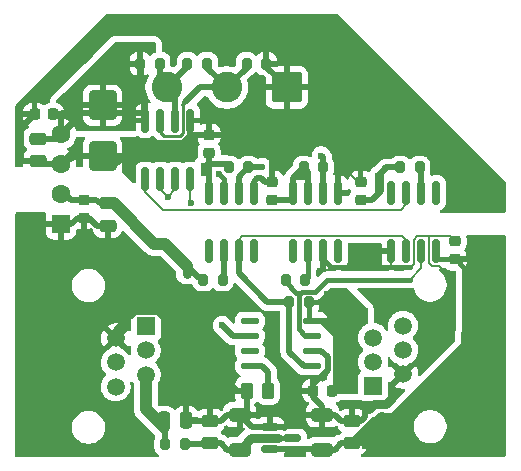
<source format=gbr>
%TF.GenerationSoftware,KiCad,Pcbnew,9.0.7-1.fc43*%
%TF.CreationDate,2026-02-06T20:22:45-08:00*%
%TF.ProjectId,inverter_board,696e7665-7274-4657-925f-626f6172642e,A0*%
%TF.SameCoordinates,PX81390e0PY9540020*%
%TF.FileFunction,Copper,L1,Top*%
%TF.FilePolarity,Positive*%
%FSLAX46Y46*%
G04 Gerber Fmt 4.6, Leading zero omitted, Abs format (unit mm)*
G04 Created by KiCad (PCBNEW 9.0.7-1.fc43) date 2026-02-06 20:22:45*
%MOMM*%
%LPD*%
G01*
G04 APERTURE LIST*
G04 Aperture macros list*
%AMRoundRect*
0 Rectangle with rounded corners*
0 $1 Rounding radius*
0 $2 $3 $4 $5 $6 $7 $8 $9 X,Y pos of 4 corners*
0 Add a 4 corners polygon primitive as box body*
4,1,4,$2,$3,$4,$5,$6,$7,$8,$9,$2,$3,0*
0 Add four circle primitives for the rounded corners*
1,1,$1+$1,$2,$3*
1,1,$1+$1,$4,$5*
1,1,$1+$1,$6,$7*
1,1,$1+$1,$8,$9*
0 Add four rect primitives between the rounded corners*
20,1,$1+$1,$2,$3,$4,$5,0*
20,1,$1+$1,$4,$5,$6,$7,0*
20,1,$1+$1,$6,$7,$8,$9,0*
20,1,$1+$1,$8,$9,$2,$3,0*%
G04 Aperture macros list end*
%TA.AperFunction,SMDPad,CuDef*%
%ADD10RoundRect,0.225000X0.225000X0.250000X-0.225000X0.250000X-0.225000X-0.250000X0.225000X-0.250000X0*%
%TD*%
%TA.AperFunction,SMDPad,CuDef*%
%ADD11RoundRect,0.250000X-0.900000X1.000000X-0.900000X-1.000000X0.900000X-1.000000X0.900000X1.000000X0*%
%TD*%
%TA.AperFunction,SMDPad,CuDef*%
%ADD12RoundRect,0.250000X0.650000X-0.325000X0.650000X0.325000X-0.650000X0.325000X-0.650000X-0.325000X0*%
%TD*%
%TA.AperFunction,SMDPad,CuDef*%
%ADD13RoundRect,0.250000X-0.262500X-0.450000X0.262500X-0.450000X0.262500X0.450000X-0.262500X0.450000X0*%
%TD*%
%TA.AperFunction,SMDPad,CuDef*%
%ADD14RoundRect,0.200000X-0.200000X-0.275000X0.200000X-0.275000X0.200000X0.275000X-0.200000X0.275000X0*%
%TD*%
%TA.AperFunction,SMDPad,CuDef*%
%ADD15RoundRect,0.225000X-0.250000X0.225000X-0.250000X-0.225000X0.250000X-0.225000X0.250000X0.225000X0*%
%TD*%
%TA.AperFunction,SMDPad,CuDef*%
%ADD16RoundRect,0.225000X0.250000X-0.225000X0.250000X0.225000X-0.250000X0.225000X-0.250000X-0.225000X0*%
%TD*%
%TA.AperFunction,SMDPad,CuDef*%
%ADD17RoundRect,0.250000X-0.475000X0.250000X-0.475000X-0.250000X0.475000X-0.250000X0.475000X0.250000X0*%
%TD*%
%TA.AperFunction,SMDPad,CuDef*%
%ADD18RoundRect,0.200000X0.200000X0.275000X-0.200000X0.275000X-0.200000X-0.275000X0.200000X-0.275000X0*%
%TD*%
%TA.AperFunction,SMDPad,CuDef*%
%ADD19RoundRect,0.250000X-0.250000X-0.475000X0.250000X-0.475000X0.250000X0.475000X-0.250000X0.475000X0*%
%TD*%
%TA.AperFunction,SMDPad,CuDef*%
%ADD20RoundRect,0.150000X0.150000X-0.825000X0.150000X0.825000X-0.150000X0.825000X-0.150000X-0.825000X0*%
%TD*%
%TA.AperFunction,SMDPad,CuDef*%
%ADD21RoundRect,0.150000X-0.150000X0.825000X-0.150000X-0.825000X0.150000X-0.825000X0.150000X0.825000X0*%
%TD*%
%TA.AperFunction,SMDPad,CuDef*%
%ADD22RoundRect,0.137500X0.612500X0.137500X-0.612500X0.137500X-0.612500X-0.137500X0.612500X-0.137500X0*%
%TD*%
%TA.AperFunction,SMDPad,CuDef*%
%ADD23RoundRect,0.150000X-0.587500X-0.150000X0.587500X-0.150000X0.587500X0.150000X-0.587500X0.150000X0*%
%TD*%
%TA.AperFunction,SMDPad,CuDef*%
%ADD24RoundRect,0.250000X0.475000X-0.250000X0.475000X0.250000X-0.475000X0.250000X-0.475000X-0.250000X0*%
%TD*%
%TA.AperFunction,ComponentPad*%
%ADD25RoundRect,0.250000X1.050000X1.050000X-1.050000X1.050000X-1.050000X-1.050000X1.050000X-1.050000X0*%
%TD*%
%TA.AperFunction,ComponentPad*%
%ADD26C,2.600000*%
%TD*%
%TA.AperFunction,ComponentPad*%
%ADD27R,1.520000X1.520000*%
%TD*%
%TA.AperFunction,ComponentPad*%
%ADD28C,1.520000*%
%TD*%
%TA.AperFunction,ComponentPad*%
%ADD29RoundRect,0.240000X-0.560000X-0.560000X0.560000X-0.560000X0.560000X0.560000X-0.560000X0.560000X0*%
%TD*%
%TA.AperFunction,ComponentPad*%
%ADD30C,1.600000*%
%TD*%
%TA.AperFunction,ViaPad*%
%ADD31C,0.600000*%
%TD*%
%TA.AperFunction,Conductor*%
%ADD32C,0.500000*%
%TD*%
%TA.AperFunction,Conductor*%
%ADD33C,0.300000*%
%TD*%
%TA.AperFunction,Conductor*%
%ADD34C,0.400000*%
%TD*%
%TA.AperFunction,Conductor*%
%ADD35C,0.200000*%
%TD*%
%TA.AperFunction,Conductor*%
%ADD36C,1.000000*%
%TD*%
%TA.AperFunction,Conductor*%
%ADD37C,0.800000*%
%TD*%
%TA.AperFunction,Conductor*%
%ADD38C,0.390000*%
%TD*%
%TA.AperFunction,Conductor*%
%ADD39C,0.600000*%
%TD*%
%TA.AperFunction,Conductor*%
%ADD40C,0.250000*%
%TD*%
G04 APERTURE END LIST*
D10*
%TO.P,C2,1*%
%TO.N,+5V*%
X-38826000Y29500000D03*
%TO.P,C2,2*%
%TO.N,GND*%
X-40376000Y29500000D03*
%TD*%
D11*
%TO.P,D2,1,K*%
%TO.N,+5V*%
X-34601000Y30256000D03*
%TO.P,D2,2,A*%
%TO.N,GND*%
X-34601000Y25956000D03*
%TD*%
D12*
%TO.P,C9,1*%
%TO.N,+5VP*%
X-16000000Y1120000D03*
%TO.P,C9,2*%
%TO.N,GNDPWR*%
X-16000000Y4070000D03*
%TD*%
D13*
%TO.P,J4,1,Pin_1*%
%TO.N,GNDPWR*%
X-22412500Y6095000D03*
%TO.P,J4,2,Pin_2*%
%TO.N,Net-(J4-Pin_2)*%
X-20587500Y6095000D03*
%TD*%
D14*
%TO.P,R5,1*%
%TO.N,+5VP*%
X-26101000Y15500000D03*
%TO.P,R5,2*%
%TO.N,Net-(U2-A)*%
X-24451000Y15500000D03*
%TD*%
D15*
%TO.P,C1,1*%
%TO.N,+5VP*%
X-36188500Y22275000D03*
%TO.P,C1,2*%
%TO.N,GNDPWR*%
X-36188500Y20725000D03*
%TD*%
D16*
%TO.P,C7,1*%
%TO.N,+5V*%
X-25601000Y26225000D03*
%TO.P,C7,2*%
%TO.N,GND*%
X-25601000Y27775000D03*
%TD*%
D17*
%TO.P,C3,1*%
%TO.N,+5V*%
X-40101000Y27450000D03*
%TO.P,C3,2*%
%TO.N,GND*%
X-40101000Y25550000D03*
%TD*%
D18*
%TO.P,R6,1*%
%TO.N,+5VP*%
X-17175000Y13595000D03*
%TO.P,R6,2*%
%TO.N,/UART*%
X-18825000Y13595000D03*
%TD*%
D19*
%TO.P,C14,1*%
%TO.N,+12V*%
X-29450000Y3595000D03*
%TO.P,C14,2*%
%TO.N,GNDPWR*%
X-27550000Y3595000D03*
%TD*%
D14*
%TO.P,R4,1*%
%TO.N,+5V*%
X-23926000Y25000000D03*
%TO.P,R4,2*%
%TO.N,Net-(U2-VO)*%
X-22276000Y25000000D03*
%TD*%
%TO.P,R8,1*%
%TO.N,Net-(J3-Pin_3)*%
X-27426000Y33775000D03*
%TO.P,R8,2*%
%TO.N,Net-(J3-Pin_2)*%
X-25776000Y33775000D03*
%TD*%
%TO.P,R7,1*%
%TO.N,+5V*%
X-31426000Y33775000D03*
%TO.P,R7,2*%
%TO.N,Net-(J3-Pin_3)*%
X-29776000Y33775000D03*
%TD*%
D10*
%TO.P,C13,1*%
%TO.N,+5VP*%
X-15225000Y6095000D03*
%TO.P,C13,2*%
%TO.N,GNDPWR*%
X-16775000Y6095000D03*
%TD*%
D20*
%TO.P,U3,1,NC*%
%TO.N,unconnected-(U3-NC-Pad1)*%
X-18481000Y17905000D03*
%TO.P,U3,2,A*%
%TO.N,Net-(U3-A)*%
X-17211000Y17905000D03*
%TO.P,U3,3,C*%
%TO.N,GNDPWR*%
X-15941000Y17905000D03*
%TO.P,U3,4*%
%TO.N,N/C*%
X-14671000Y17905000D03*
%TO.P,U3,5,GND*%
%TO.N,GND*%
X-14671000Y22855000D03*
%TO.P,U3,6,VO*%
%TO.N,/DIR*%
X-15941000Y22855000D03*
%TO.P,U3,7,EN*%
%TO.N,+5V*%
X-17211000Y22855000D03*
%TO.P,U3,8,VCC*%
X-18481000Y22855000D03*
%TD*%
D16*
%TO.P,C5,1*%
%TO.N,+5V*%
X-20276000Y22225000D03*
%TO.P,C5,2*%
%TO.N,GND*%
X-20276000Y23775000D03*
%TD*%
D14*
%TO.P,R2,1*%
%TO.N,+5V*%
X-17601000Y25000000D03*
%TO.P,R2,2*%
%TO.N,/DIR*%
X-15951000Y25000000D03*
%TD*%
D21*
%TO.P,U4,1,NC*%
%TO.N,unconnected-(U4-NC-Pad1)*%
X-6371000Y22855000D03*
%TO.P,U4,2,A*%
%TO.N,Net-(U4-A)*%
X-7641000Y22855000D03*
%TO.P,U4,3,C*%
%TO.N,Net-(U4-C)*%
X-8911000Y22855000D03*
%TO.P,U4,4*%
%TO.N,N/C*%
X-10181000Y22855000D03*
%TO.P,U4,5,GND*%
%TO.N,GNDPWR*%
X-10181000Y17905000D03*
%TO.P,U4,6,VO*%
%TO.N,/UART*%
X-8911000Y17905000D03*
%TO.P,U4,7,EN*%
%TO.N,/~{DIR}*%
X-7641000Y17905000D03*
%TO.P,U4,8,VCC*%
%TO.N,+5VP*%
X-6371000Y17905000D03*
%TD*%
D14*
%TO.P,R10,1*%
%TO.N,+12V*%
X-29325000Y1595000D03*
%TO.P,R10,2*%
%TO.N,/12V_FILT*%
X-27675000Y1595000D03*
%TD*%
D17*
%TO.P,C8,1*%
%TO.N,+5VP*%
X-34188500Y21950000D03*
%TO.P,C8,2*%
%TO.N,GNDPWR*%
X-34188500Y20050000D03*
%TD*%
D16*
%TO.P,C4,1*%
%TO.N,+5VP*%
X-4776000Y17224000D03*
%TO.P,C4,2*%
%TO.N,GNDPWR*%
X-4776000Y18774000D03*
%TD*%
D14*
%TO.P,R3,1*%
%TO.N,/~{DIR}*%
X-19101000Y15500000D03*
%TO.P,R3,2*%
%TO.N,Net-(U3-A)*%
X-17451000Y15500000D03*
%TD*%
%TO.P,R9,1*%
%TO.N,Net-(J3-Pin_2)*%
X-22426000Y33775000D03*
%TO.P,R9,2*%
%TO.N,GND*%
X-20776000Y33775000D03*
%TD*%
D20*
%TO.P,U5,1,RO*%
%TO.N,Net-(U4-C)*%
X-31006000Y24025000D03*
%TO.P,U5,2,~{RE}*%
%TO.N,/DIR*%
X-29736000Y24025000D03*
%TO.P,U5,3,DE*%
X-28466000Y24025000D03*
%TO.P,U5,4,DI*%
%TO.N,Net-(U2-VO)*%
X-27196000Y24025000D03*
%TO.P,U5,5,GND*%
%TO.N,GND*%
X-27196000Y28975000D03*
%TO.P,U5,6,A*%
%TO.N,Net-(J3-Pin_3)*%
X-28466000Y28975000D03*
%TO.P,U5,7,B*%
%TO.N,Net-(J3-Pin_2)*%
X-29736000Y28975000D03*
%TO.P,U5,8,VCC*%
%TO.N,+5V*%
X-31006000Y28975000D03*
%TD*%
D22*
%TO.P,U1,1,UTX_2*%
%TO.N,/UART*%
X-16850000Y8190000D03*
%TO.P,U1,2,VSS*%
%TO.N,GNDPWR*%
X-16850000Y9460000D03*
%TO.P,U1,3,PA2*%
%TO.N,/~{DIR}*%
X-16850000Y10730000D03*
%TO.P,U1,4,VDD*%
%TO.N,+5VP*%
X-16850000Y12000000D03*
%TO.P,U1,5,PC1*%
%TO.N,unconnected-(U1-PC1-Pad5)*%
X-22150000Y12000000D03*
%TO.P,U1,6,T2CH2_1*%
%TO.N,/INV_DATA*%
X-22150000Y10730000D03*
%TO.P,U1,7,PC4*%
%TO.N,unconnected-(U1-PC4-Pad7)*%
X-22150000Y9460000D03*
%TO.P,U1,8,SWIO*%
%TO.N,Net-(J4-Pin_2)*%
X-22150000Y8190000D03*
%TD*%
D20*
%TO.P,U2,1,NC*%
%TO.N,unconnected-(U2-NC-Pad1)*%
X-25636000Y17905000D03*
%TO.P,U2,2,A*%
%TO.N,Net-(U2-A)*%
X-24366000Y17905000D03*
%TO.P,U2,3,C*%
%TO.N,/UART*%
X-23096000Y17905000D03*
%TO.P,U2,4*%
%TO.N,N/C*%
X-21826000Y17905000D03*
%TO.P,U2,5,GND*%
%TO.N,GND*%
X-21826000Y22855000D03*
%TO.P,U2,6,VO*%
%TO.N,Net-(U2-VO)*%
X-23096000Y22855000D03*
%TO.P,U2,7,EN*%
%TO.N,/DIR*%
X-24366000Y22855000D03*
%TO.P,U2,8,VCC*%
%TO.N,+5V*%
X-25636000Y22855000D03*
%TD*%
D16*
%TO.P,C6,1*%
%TO.N,+5V*%
X-12776000Y22225000D03*
%TO.P,C6,2*%
%TO.N,GND*%
X-12776000Y23775000D03*
%TD*%
D12*
%TO.P,C12,1*%
%TO.N,/12V_FILT*%
X-23000000Y1120000D03*
%TO.P,C12,2*%
%TO.N,GNDPWR*%
X-23000000Y4070000D03*
%TD*%
D23*
%TO.P,U6,1,GND*%
%TO.N,GNDPWR*%
X-20437500Y3045000D03*
%TO.P,U6,2,VO*%
%TO.N,+5VP*%
X-20437500Y1145000D03*
%TO.P,U6,3,VI*%
%TO.N,/12V_FILT*%
X-18562500Y2095000D03*
%TD*%
D24*
%TO.P,C10,1*%
%TO.N,+5VP*%
X-13500000Y1645000D03*
%TO.P,C10,2*%
%TO.N,GNDPWR*%
X-13500000Y3545000D03*
%TD*%
%TO.P,C11,1*%
%TO.N,/12V_FILT*%
X-25500000Y1645000D03*
%TO.P,C11,2*%
%TO.N,GNDPWR*%
X-25500000Y3545000D03*
%TD*%
D14*
%TO.P,R1,1*%
%TO.N,+5V*%
X-9426000Y25000000D03*
%TO.P,R1,2*%
%TO.N,Net-(U4-A)*%
X-7776000Y25000000D03*
%TD*%
D25*
%TO.P,J3,1,Pin_1*%
%TO.N,GND*%
X-19021000Y31775000D03*
D26*
%TO.P,J3,2,Pin_2*%
%TO.N,Net-(J3-Pin_2)*%
X-24101000Y31775000D03*
%TO.P,J3,3,Pin_3*%
%TO.N,Net-(J3-Pin_3)*%
X-29181000Y31775000D03*
%TD*%
D27*
%TO.P,J2,1*%
%TO.N,unconnected-(J2-Pad1)*%
X-11720000Y6500000D03*
D28*
%TO.P,J2,2*%
%TO.N,GNDPWR*%
X-9180000Y7520000D03*
%TO.P,J2,3*%
%TO.N,/INV_DATA*%
X-11720000Y8540000D03*
%TO.P,J2,4*%
%TO.N,Net-(J1-Pad4)*%
X-9180000Y9560000D03*
%TO.P,J2,5*%
%TO.N,+12V*%
X-11720000Y10580000D03*
%TO.P,J2,6*%
%TO.N,unconnected-(J2-Pad6)*%
X-9180000Y11600000D03*
%TD*%
D29*
%TO.P,B1,1,-Vin*%
%TO.N,GNDPWR*%
X-38139000Y20200000D03*
D30*
%TO.P,B1,2,+Vin*%
%TO.N,+5VP*%
X-38139000Y22740000D03*
%TO.P,B1,3,-Vout*%
%TO.N,GND*%
X-38139000Y25280000D03*
%TO.P,B1,4,+Vout*%
%TO.N,+5V*%
X-38139000Y27820000D03*
%TD*%
D27*
%TO.P,J1,1*%
%TO.N,unconnected-(J1-Pad1)*%
X-30960000Y11550000D03*
D28*
%TO.P,J1,2*%
%TO.N,GNDPWR*%
X-33500000Y10530000D03*
%TO.P,J1,3*%
%TO.N,/INV_DATA*%
X-30960000Y9510000D03*
%TO.P,J1,4*%
%TO.N,Net-(J1-Pad4)*%
X-33500000Y8490000D03*
%TO.P,J1,5*%
%TO.N,+12V*%
X-30960000Y7470000D03*
%TO.P,J1,6*%
%TO.N,unconnected-(J1-Pad6)*%
X-33500000Y6450000D03*
%TD*%
D31*
%TO.N,+5VP*%
X-1101000Y18606000D03*
%TO.N,GNDPWR*%
X-41601000Y20606000D03*
X-41101000Y1106000D03*
%TO.N,+5VP*%
X-1101000Y1106000D03*
%TO.N,GNDPWR*%
X-28601000Y6106000D03*
X-24601000Y6106000D03*
%TO.N,GND*%
X-33601000Y37606000D03*
X-17101000Y37106000D03*
X-1101000Y23606000D03*
%TO.N,+5V*%
X-11301000Y23506000D03*
X-11301000Y24306000D03*
X-17801000Y24206000D03*
%TO.N,+5VP*%
X-11700000Y1400000D03*
X-12400000Y1400000D03*
X-27500000Y16000000D03*
X-27459000Y16641000D03*
X-15641000Y13705000D03*
X-15641000Y14305000D03*
X-10992000Y3950000D03*
X-11525000Y3620000D03*
X-14500000Y6100000D03*
X-13901000Y6106000D03*
%TO.N,+5V*%
X-32553000Y29650000D03*
X-31895000Y29650000D03*
X-26001000Y24506000D03*
X-26053000Y25165000D03*
%TO.N,/INV_DATA*%
X-24500000Y11641000D03*
%TO.N,/DIR*%
X-16101000Y26000000D03*
X-29101000Y22500000D03*
X-24782851Y24472178D03*
%TO.N,Net-(U2-VO)*%
X-21101000Y25000000D03*
X-27101000Y22000000D03*
%TD*%
D32*
%TO.N,+5V*%
X-26001000Y24506000D02*
X-25866000Y24665000D01*
X-25866000Y24665000D02*
X-25601000Y24400000D01*
X-26001000Y24506000D02*
X-26053000Y25165000D01*
%TO.N,+5VP*%
X-13901000Y6106000D02*
X-14000000Y6738000D01*
X-13901000Y6106000D02*
X-14562500Y6095000D01*
D33*
%TO.N,Net-(J3-Pin_2)*%
X-27831000Y30270000D02*
X-27598000Y30503000D01*
D34*
%TO.N,GNDPWR*%
X-10276450Y16533550D02*
X-14401000Y16533550D01*
X-10085550Y16533550D02*
X-9201000Y16533550D01*
D32*
%TO.N,+5V*%
X-10601000Y25006000D02*
X-10501000Y25006000D01*
X-11301000Y24306000D02*
X-10601000Y25006000D01*
X-11301000Y23506000D02*
X-11301000Y22906000D01*
X-11301000Y24206000D02*
X-11101000Y24406000D01*
X-11301000Y23506000D02*
X-11301000Y24206000D01*
X-17211000Y24206000D02*
X-18301000Y24206000D01*
X-17211000Y22855000D02*
X-17211000Y24206000D01*
X-17501000Y24506000D02*
X-17501000Y24206000D01*
X-17801000Y24206000D02*
X-17501000Y24506000D01*
D35*
%TO.N,Net-(U4-C)*%
X-8911000Y22855000D02*
X-8911000Y21880001D01*
X-8911000Y21880001D02*
X-9385001Y21406000D01*
X-26852057Y21399000D02*
X-27349943Y21399000D01*
X-27356943Y21406000D02*
X-29507000Y21406000D01*
X-9385001Y21406000D02*
X-26845057Y21406000D01*
X-31006000Y22905000D02*
X-31006000Y24025000D01*
X-26845057Y21406000D02*
X-26852057Y21399000D01*
X-27349943Y21399000D02*
X-27356943Y21406000D01*
X-29507000Y21406000D02*
X-31006000Y22905000D01*
D32*
%TO.N,GND*%
X-25601000Y27775000D02*
X-27084466Y27775000D01*
D35*
X-27084466Y27775000D02*
X-27196000Y27663466D01*
X-19021000Y31775000D02*
X-19021000Y29979000D01*
X-19021000Y29979000D02*
X-20025000Y28975000D01*
X-20025000Y28975000D02*
X-24576000Y28975000D01*
X-14171000Y24930000D02*
X-14671000Y25430000D01*
X-14671000Y25430000D02*
X-14671000Y26171000D01*
X-14671000Y26171000D02*
X-15905000Y27405000D01*
X-15905000Y27405000D02*
X-20750000Y27405000D01*
X-20750000Y27405000D02*
X-20750000Y28975000D01*
X-20750000Y28975000D02*
X-24576000Y28975000D01*
D32*
X-38139000Y25280000D02*
X-37730000Y25689000D01*
X-37311000Y25689000D02*
X-37044000Y25956000D01*
X-37730000Y25689000D02*
X-37311000Y25689000D01*
X-37044000Y25956000D02*
X-35207000Y25956000D01*
X-35207000Y25956000D02*
X-35207000Y25350000D01*
%TO.N,+5V*%
X-31133000Y29102000D02*
X-31133000Y30533000D01*
X-31133000Y30533000D02*
X-31400000Y30800000D01*
X-31400000Y30800000D02*
X-31400000Y33749000D01*
X-31400000Y33749000D02*
X-31426000Y33775000D01*
X-25601000Y25000000D02*
X-25601000Y24400000D01*
D35*
X-26053000Y25165000D02*
X-25836000Y25165000D01*
D32*
X-25836000Y25165000D02*
X-25601000Y25400000D01*
X-25601000Y25400000D02*
X-25501000Y25300000D01*
X-25501000Y25300000D02*
X-24226000Y25300000D01*
X-24226000Y25300000D02*
X-23926000Y25000000D01*
X-25601000Y25400000D02*
X-25601000Y25000000D01*
%TO.N,GND*%
X-21826000Y22855000D02*
X-21826000Y23774000D01*
X-21826000Y23774000D02*
X-21500000Y24100000D01*
X-21500000Y24100000D02*
X-21200000Y24100000D01*
X-21200000Y24100000D02*
X-20900000Y23800000D01*
X-20900000Y23800000D02*
X-20301000Y23800000D01*
X-20301000Y23800000D02*
X-20276000Y23775000D01*
%TO.N,+5V*%
X-20276000Y22225000D02*
X-18481000Y22225000D01*
X-18481000Y22225000D02*
X-18481000Y22855000D01*
X-12776000Y22225000D02*
X-11775000Y22225000D01*
X-11775000Y22225000D02*
X-11000000Y23000000D01*
X-11000000Y23000000D02*
X-11000000Y24500000D01*
X-11000000Y24500000D02*
X-10500000Y25000000D01*
X-10500000Y25000000D02*
X-9426000Y25000000D01*
%TO.N,GND*%
X-40101000Y25550000D02*
X-41500000Y25550000D01*
X-41500000Y25550000D02*
X-41500000Y28376000D01*
X-41500000Y28376000D02*
X-40376000Y29500000D01*
D36*
%TO.N,+5VP*%
X-27459000Y16641000D02*
X-29318000Y18500000D01*
X-29318000Y18500000D02*
X-30238500Y18500000D01*
X-30238500Y18500000D02*
X-33688500Y21950000D01*
D32*
%TO.N,GNDPWR*%
X-36188500Y20725000D02*
X-36731750Y20725000D01*
X-36731750Y20725000D02*
X-37256750Y20200000D01*
X-37256750Y20200000D02*
X-37726500Y20200000D01*
X-34188500Y20050000D02*
X-35050000Y20050000D01*
X-35050000Y20050000D02*
X-35725000Y20725000D01*
X-35725000Y20725000D02*
X-36188500Y20725000D01*
%TO.N,+5VP*%
X-34188500Y21950000D02*
X-34819250Y21950000D01*
X-35144250Y22275000D02*
X-36188500Y22275000D01*
X-34819250Y21950000D02*
X-35144250Y22275000D01*
X-10050000Y3950000D02*
X-10992000Y3950000D01*
X-4000000Y11000000D02*
X-4000000Y10000000D01*
D37*
%TO.N,GNDPWR*%
X-12051000Y4549000D02*
X-11600000Y5000000D01*
D32*
%TO.N,+5VP*%
X-4000000Y10000000D02*
X-10050000Y3950000D01*
D37*
X-11380000Y3620000D02*
X-11050000Y3950000D01*
X-11050000Y3950000D02*
X-10992000Y3950000D01*
%TO.N,GNDPWR*%
X-11600000Y5000000D02*
X-10600000Y5000000D01*
X-10600000Y5000000D02*
X-10100000Y5500000D01*
D32*
X-10100000Y5500000D02*
X-10100000Y5700000D01*
X-10100000Y5700000D02*
X-10100000Y6600000D01*
X-10100000Y6600000D02*
X-9180000Y7520000D01*
X-13500000Y3545000D02*
X-12755000Y3545000D01*
X-12051000Y4449000D02*
X-12051000Y4549000D01*
X-12755000Y3545000D02*
X-12400000Y3900000D01*
X-12400000Y3900000D02*
X-12400000Y4300000D01*
X-12400000Y4300000D02*
X-12200000Y4300000D01*
X-12200000Y4300000D02*
X-12051000Y4449000D01*
%TO.N,Net-(U2-A)*%
X-24451000Y15500000D02*
X-24366000Y15585000D01*
X-24366000Y15585000D02*
X-24366000Y17905000D01*
D37*
%TO.N,+5VP*%
X-27500000Y16000000D02*
X-27500000Y16600000D01*
D35*
X-27500000Y16600000D02*
X-27459000Y16641000D01*
%TO.N,GNDPWR*%
X-9180000Y7520000D02*
X-7500000Y9200000D01*
X-7500000Y12307265D02*
X-5379000Y14428265D01*
X-5379000Y15879000D02*
X-6129000Y16629000D01*
X-7500000Y9200000D02*
X-7500000Y12307265D01*
X-5379000Y14428265D02*
X-5379000Y15879000D01*
X-6129000Y16629000D02*
X-6711968Y16629000D01*
X-6711968Y16629000D02*
X-7000000Y16917032D01*
X-7000000Y16917032D02*
X-7000000Y19181000D01*
D36*
%TO.N,+5VP*%
X-13500000Y1645000D02*
X-13255000Y1645000D01*
X-13255000Y1645000D02*
X-11572500Y3327500D01*
D37*
X-11572500Y3327500D02*
X-11572500Y3572500D01*
D35*
X-15641000Y14305000D02*
X-15641000Y14259000D01*
%TO.N,GNDPWR*%
X-10181000Y16629000D02*
X-10276450Y16533550D01*
D38*
X-14401000Y16533550D02*
X-15253550Y16533550D01*
D34*
X-15253550Y16533550D02*
X-15941000Y17221000D01*
D35*
X-15941000Y17221000D02*
X-15941000Y17905000D01*
X-10181000Y16629000D02*
X-10085550Y16533550D01*
X-8276000Y16855032D02*
X-8276000Y18886968D01*
D38*
X-9201000Y16533550D02*
X-8597482Y16533550D01*
D35*
X-8597482Y16533550D02*
X-8276000Y16855032D01*
X-8276000Y18886968D02*
X-7981968Y19181000D01*
X-7981968Y19181000D02*
X-7000000Y19181000D01*
X-10181000Y17905000D02*
X-10181000Y16629000D01*
%TO.N,/UART*%
X-8911000Y17905000D02*
X-8911000Y18879999D01*
X-9236001Y19205000D02*
X-22770999Y19205000D01*
X-8911000Y18879999D02*
X-9236001Y19205000D01*
X-22770999Y19205000D02*
X-23096000Y18879999D01*
X-23096000Y18879999D02*
X-23096000Y17905000D01*
%TO.N,+5VP*%
X-26101000Y15500000D02*
X-26250000Y15649000D01*
X-26250000Y15649000D02*
X-26467000Y15649000D01*
D32*
X-26467000Y15649000D02*
X-27459000Y16641000D01*
D35*
X-33688500Y21950000D02*
X-34188500Y21950000D01*
X-16025000Y1145000D02*
X-16000000Y1120000D01*
D32*
X-14812500Y6507500D02*
X-15225000Y6095000D01*
X-14812500Y6845000D02*
X-14812500Y6507500D01*
X-14562500Y6095000D02*
X-15225000Y6095000D01*
X-13988000Y6750000D02*
X-14562500Y6175500D01*
D35*
X-11565481Y3620000D02*
X-11380000Y3620000D01*
D34*
X-17175000Y13595000D02*
X-17175000Y12325000D01*
D35*
X-14562500Y6175500D02*
X-14562500Y6095000D01*
X-17175000Y12325000D02*
X-16850000Y12000000D01*
D32*
X-37261500Y22275000D02*
X-37726500Y22740000D01*
D35*
X-11572500Y3627019D02*
X-11565481Y3620000D01*
D32*
X-14975000Y1120000D02*
X-14450000Y1645000D01*
X-14812500Y10712499D02*
X-14812500Y6845000D01*
D35*
X-14000000Y6738000D02*
X-13988000Y6750000D01*
D34*
X-4776000Y17224000D02*
X-6077001Y17224000D01*
D35*
X-13988000Y6750000D02*
X-14083000Y6845000D01*
D32*
X-14083000Y6845000D02*
X-14812500Y6845000D01*
D34*
X-4000000Y11000000D02*
X-4000000Y16500000D01*
D35*
X-11572500Y3572500D02*
X-11525000Y3620000D01*
D32*
X-20437500Y1145000D02*
X-16025000Y1145000D01*
D35*
X-5096000Y16904000D02*
X-4776000Y17224000D01*
X-37674000Y22275000D02*
X-38139000Y22740000D01*
D32*
X-36188500Y22275000D02*
X-37261500Y22275000D01*
D34*
X-16850000Y12000000D02*
X-16100001Y12000000D01*
D35*
X-11572500Y3572500D02*
X-11572500Y3627019D01*
D32*
X-14450000Y1645000D02*
X-13500000Y1645000D01*
X-16000000Y1120000D02*
X-14975000Y1120000D01*
D34*
X-4724000Y17224000D02*
X-4000000Y16500000D01*
D35*
X-4776000Y17224000D02*
X-4724000Y17224000D01*
X-36013500Y22450000D02*
X-36188500Y22275000D01*
D34*
X-16100001Y12000000D02*
X-14812500Y10712499D01*
D32*
%TO.N,+5V*%
X-17211000Y24206000D02*
X-17211000Y24610000D01*
D35*
X-40100000Y27451000D02*
X-40101000Y27450000D01*
D32*
X-38139000Y27820000D02*
X-38139000Y28813000D01*
X-17211000Y24610000D02*
X-17601000Y25000000D01*
X-18481000Y22855000D02*
X-18481000Y24120000D01*
X-33995000Y29650000D02*
X-32553000Y29650000D01*
D35*
X-38139000Y27820000D02*
X-38508000Y27451000D01*
D32*
X-38139000Y29500000D02*
X-38826000Y29500000D01*
D35*
X-31006000Y29650000D02*
X-31006000Y28975000D01*
D32*
X-25601000Y26225000D02*
X-25601000Y25400000D01*
X-37989000Y29650000D02*
X-35207000Y29650000D01*
X-31895000Y29650000D02*
X-31006000Y29650000D01*
X-25601000Y24400000D02*
X-25601000Y22890000D01*
D35*
X-25601000Y22890000D02*
X-25636000Y22855000D01*
X-31006000Y28975000D02*
X-31133000Y29102000D01*
X-25601000Y25000000D02*
X-25888000Y25000000D01*
D32*
X-32553000Y29650000D02*
X-31895000Y29650000D01*
X-38139000Y28813000D02*
X-38139000Y29500000D01*
X-38139000Y29500000D02*
X-37989000Y29650000D01*
D35*
X-38826000Y29500000D02*
X-38935500Y29500000D01*
X-34601000Y30256000D02*
X-33995000Y29650000D01*
X-25796000Y26030000D02*
X-25601000Y26225000D01*
D32*
X-38508000Y27451000D02*
X-40100000Y27451000D01*
X-18481000Y24120000D02*
X-17601000Y25000000D01*
D35*
X-35207000Y29650000D02*
X-34601000Y30256000D01*
X-25888000Y25000000D02*
X-26053000Y25165000D01*
%TO.N,GNDPWR*%
X-4776000Y18774000D02*
X-5183000Y19181000D01*
D32*
X-19267750Y3045000D02*
X-20437500Y3045000D01*
X-22412500Y6095000D02*
X-23255000Y6095000D01*
X-31896000Y15896000D02*
X-31896000Y12800000D01*
X-15562500Y7845000D02*
X-15562500Y8922499D01*
X-16775000Y6632500D02*
X-15562500Y7845000D01*
D35*
X-9180000Y7520000D02*
X-9180000Y6881160D01*
D32*
X-23000000Y4070000D02*
X-24087500Y4070000D01*
X-16000000Y4070000D02*
X-18242750Y4070000D01*
X-34188500Y20050000D02*
X-34188500Y18188500D01*
X-31896000Y12800000D02*
X-32000000Y12696000D01*
X-29960000Y12800000D02*
X-31896000Y12800000D01*
D35*
X-5183000Y19181000D02*
X-7000000Y19181000D01*
X-35960000Y20550000D02*
X-36013500Y20550000D01*
D32*
X-23255000Y6095000D02*
X-29960000Y12800000D01*
X-16775000Y5557500D02*
X-16775000Y6095000D01*
X-25500000Y3545000D02*
X-27500000Y3545000D01*
X-20437500Y3045000D02*
X-21975000Y3045000D01*
D39*
X-18242750Y4070000D02*
X-19267750Y3045000D01*
D35*
X-27500000Y3545000D02*
X-27550000Y3595000D01*
D32*
X-15562500Y8922499D02*
X-16100001Y9460000D01*
X-31896000Y12800000D02*
X-33500000Y11196000D01*
X-22412500Y4657500D02*
X-22412500Y6095000D01*
X-21975000Y3045000D02*
X-23000000Y4070000D01*
X-24087500Y4070000D02*
X-24612500Y3545000D01*
D35*
X-36013500Y20550000D02*
X-36188500Y20725000D01*
D32*
X-14975000Y4070000D02*
X-16000000Y4070000D01*
D35*
X-33500000Y11132000D02*
X-33500000Y10530000D01*
X-23000000Y4070000D02*
X-22412500Y4657500D01*
D32*
X-16775000Y6095000D02*
X-16775000Y6632500D01*
X-24612500Y3545000D02*
X-25500000Y3545000D01*
X-14450000Y3545000D02*
X-14975000Y4070000D01*
X-13500000Y3545000D02*
X-14450000Y3545000D01*
X-33500000Y11196000D02*
X-33500000Y11132000D01*
X-16100001Y9460000D02*
X-16850000Y9460000D01*
X-34188500Y18188500D02*
X-31896000Y15896000D01*
X-16000000Y4782500D02*
X-16775000Y5557500D01*
X-16000000Y4070000D02*
X-16000000Y4782500D01*
%TO.N,GND*%
X-19021000Y31775000D02*
X-20776000Y33530000D01*
D35*
X-39831000Y25280000D02*
X-40101000Y25550000D01*
X-14671000Y22855000D02*
X-14671000Y25430000D01*
D32*
X-27196000Y27663466D02*
X-27196000Y28975000D01*
X-33995000Y25350000D02*
X-33430000Y25350000D01*
D35*
X-20776000Y33530000D02*
X-20776000Y33775000D01*
X-25601000Y28975000D02*
X-25601000Y27775000D01*
D32*
X-33430000Y25350000D02*
X-31750000Y27030000D01*
X-27829466Y27030000D02*
X-27196000Y27663466D01*
D35*
X-13016000Y23775000D02*
X-12776000Y23775000D01*
D32*
X-38139000Y25280000D02*
X-39831000Y25280000D01*
D35*
X-27196000Y28975000D02*
X-25601000Y28975000D01*
X-24576000Y28975000D02*
X-27196000Y28975000D01*
D32*
X-20276000Y23775000D02*
X-20276000Y27405000D01*
X-31750000Y27030000D02*
X-27829466Y27030000D01*
D35*
X-14671000Y25430000D02*
X-13016000Y23775000D01*
D32*
%TO.N,/12V_FILT*%
X-25500000Y1645000D02*
X-24612500Y1645000D01*
D34*
X-19803000Y2095000D02*
X-18562500Y2095000D01*
D35*
X-23025000Y1095000D02*
X-23000000Y1120000D01*
D32*
X-24062500Y1095000D02*
X-23025000Y1095000D01*
D35*
X-25550000Y1595000D02*
X-25500000Y1645000D01*
D32*
X-24612500Y1645000D02*
X-24062500Y1095000D01*
D37*
X-22025000Y2095000D02*
X-23000000Y1120000D01*
X-19803000Y2095000D02*
X-22025000Y2095000D01*
D32*
X-27675000Y1595000D02*
X-25550000Y1595000D01*
%TO.N,+12V*%
X-29325000Y2520000D02*
X-29325000Y1595000D01*
X-29450000Y2645000D02*
X-29325000Y2520000D01*
D36*
X-30960000Y4510000D02*
X-30960000Y7470000D01*
D32*
X-29450000Y3595000D02*
X-29450000Y2645000D01*
D36*
X-30960000Y4510000D02*
X-29450000Y3000000D01*
D32*
%TO.N,/INV_DATA*%
X-23589000Y10730000D02*
X-22150000Y10730000D01*
X-24500000Y11641000D02*
X-23589000Y10730000D01*
D35*
%TO.N,Net-(J3-Pin_3)*%
X-29181000Y31775000D02*
X-29776000Y32370000D01*
D32*
X-28466000Y28975000D02*
X-28466000Y31060000D01*
D35*
X-28466000Y31060000D02*
X-29181000Y31775000D01*
D32*
X-29776000Y32370000D02*
X-29776000Y33775000D01*
D35*
X-27426000Y33530000D02*
X-27426000Y33775000D01*
D32*
X-29181000Y31775000D02*
X-27426000Y33530000D01*
%TO.N,Net-(J3-Pin_2)*%
X-26326000Y31775000D02*
X-24101000Y31775000D01*
D40*
X-28101832Y27654200D02*
X-27831000Y27925032D01*
D35*
X-25776000Y33450000D02*
X-25776000Y33775000D01*
D40*
X-29736000Y28975000D02*
X-29736000Y28000001D01*
X-29736000Y28000001D02*
X-29390199Y27654200D01*
D32*
X-27598000Y30503000D02*
X-26326000Y31775000D01*
X-24101000Y31775000D02*
X-22426000Y33450000D01*
X-24101000Y31775000D02*
X-25776000Y33450000D01*
D35*
X-22426000Y33450000D02*
X-22426000Y33775000D01*
D40*
X-29390199Y27654200D02*
X-28101832Y27654200D01*
X-27831000Y27925032D02*
X-27831000Y30270000D01*
D32*
%TO.N,Net-(J4-Pin_2)*%
X-21095000Y8190000D02*
X-22150000Y8190000D01*
X-20587500Y7682500D02*
X-21095000Y8190000D01*
X-20587500Y6095000D02*
X-20587500Y7682500D01*
D35*
%TO.N,Net-(U4-A)*%
X-7641000Y24865000D02*
X-7776000Y25000000D01*
X-7641000Y25220000D02*
X-7601000Y25260000D01*
D32*
X-7641000Y22855000D02*
X-7641000Y24865000D01*
%TO.N,/DIR*%
X-15951000Y25850000D02*
X-16101000Y26000000D01*
D34*
X-24782851Y24472178D02*
X-24366000Y24055327D01*
D35*
X-28466000Y23135000D02*
X-28466000Y24025000D01*
X-29736000Y23135000D02*
X-29736000Y24025000D01*
X-29101000Y22500000D02*
X-28466000Y23135000D01*
X-15941000Y24990000D02*
X-15951000Y25000000D01*
D32*
X-15951000Y25000000D02*
X-15951000Y25850000D01*
X-15941000Y22855000D02*
X-15941000Y24990000D01*
D34*
X-24366000Y24055327D02*
X-24366000Y22855000D01*
D35*
X-29101000Y22500000D02*
X-29736000Y23135000D01*
%TO.N,/~{DIR}*%
X-8601000Y15500000D02*
X-7641000Y16460000D01*
D34*
X-17704000Y14497000D02*
X-16604000Y14497000D01*
X-18000000Y11282500D02*
X-18000000Y14201000D01*
X-17447500Y10730000D02*
X-18000000Y11282500D01*
D35*
X-17998000Y14397000D02*
X-18000000Y14395000D01*
X-16850000Y10730000D02*
X-17447500Y10730000D01*
X-19101000Y15500000D02*
X-19101000Y15296000D01*
D34*
X-17806000Y14395000D02*
X-17704000Y14497000D01*
X-15601000Y15500000D02*
X-8601000Y15500000D01*
X-18000000Y14395000D02*
X-17806000Y14395000D01*
D35*
X-17998000Y14203000D02*
X-17998000Y14397000D01*
D34*
X-16604000Y14497000D02*
X-15601000Y15500000D01*
D35*
X-7641000Y16460000D02*
X-7641000Y17905000D01*
X-18000000Y14201000D02*
X-17998000Y14203000D01*
D34*
X-19101000Y15296000D02*
X-18202000Y14397000D01*
X-18202000Y14397000D02*
X-17998000Y14397000D01*
%TO.N,Net-(U3-A)*%
X-17211000Y15740000D02*
X-17211000Y17905000D01*
X-17451000Y15500000D02*
X-17211000Y15740000D01*
D35*
%TO.N,Net-(U2-VO)*%
X-27196000Y22095000D02*
X-27196000Y24025000D01*
D32*
X-23096000Y22855000D02*
X-23096000Y24180000D01*
D35*
X-27101000Y22000000D02*
X-27196000Y22095000D01*
D32*
X-22276000Y25000000D02*
X-21101000Y25000000D01*
X-23096000Y24180000D02*
X-22276000Y25000000D01*
D35*
%TO.N,/UART*%
X-17599999Y8190000D02*
X-16850000Y8190000D01*
D32*
X-20659999Y13595000D02*
X-23096000Y16031001D01*
X-23096000Y16031001D02*
X-23096000Y17905000D01*
X-18825000Y13595000D02*
X-20659999Y13595000D01*
X-18825000Y9415001D02*
X-17599999Y8190000D01*
X-18825000Y13595000D02*
X-18825000Y9415001D01*
%TD*%
%TA.AperFunction,Conductor*%
%TO.N,GNDPWR*%
G36*
X-39437450Y21180315D02*
G01*
X-39391695Y21127511D01*
X-39381751Y21058353D01*
X-39386783Y21036996D01*
X-39428646Y20910662D01*
X-39439000Y20809321D01*
X-39439000Y20450000D01*
X-38572012Y20450000D01*
X-38604925Y20392993D01*
X-38639000Y20265826D01*
X-38639000Y20134174D01*
X-38604925Y20007007D01*
X-38572012Y19950000D01*
X-39438999Y19950000D01*
X-39438999Y19590680D01*
X-39428646Y19489339D01*
X-39374233Y19325130D01*
X-39283420Y19177902D01*
X-39161099Y19055581D01*
X-39013871Y18964768D01*
X-38849662Y18910355D01*
X-38748315Y18900001D01*
X-38389001Y18900001D01*
X-38389000Y18900002D01*
X-38389000Y19766988D01*
X-38331993Y19734075D01*
X-38204826Y19700000D01*
X-38073174Y19700000D01*
X-37946007Y19734075D01*
X-37889000Y19766988D01*
X-37889000Y18900001D01*
X-37529694Y18900001D01*
X-37529680Y18900002D01*
X-37428339Y18910355D01*
X-37264130Y18964768D01*
X-37116902Y19055581D01*
X-36994581Y19177902D01*
X-36903768Y19325130D01*
X-36849355Y19489339D01*
X-36839001Y19590680D01*
X-36839001Y19697224D01*
X-36819317Y19764264D01*
X-36766513Y19810019D01*
X-36697355Y19819963D01*
X-36675997Y19814931D01*
X-36586107Y19785145D01*
X-36486817Y19775001D01*
X-36438501Y19775002D01*
X-36438500Y19775002D01*
X-36438500Y20601000D01*
X-36418815Y20668039D01*
X-36366011Y20713794D01*
X-36314500Y20725000D01*
X-36062500Y20725000D01*
X-35995461Y20705315D01*
X-35949706Y20652511D01*
X-35938500Y20601000D01*
X-35938500Y19775001D01*
X-35890192Y19775001D01*
X-35890178Y19775002D01*
X-35790893Y19785145D01*
X-35630019Y19838453D01*
X-35630015Y19838455D01*
X-35602600Y19855365D01*
X-35535208Y19873807D01*
X-35468544Y19852886D01*
X-35423773Y19799246D01*
X-35414182Y19753145D01*
X-35413824Y19753163D01*
X-35413820Y19753163D01*
X-35413659Y19753171D01*
X-35413499Y19750013D01*
X-35403006Y19647303D01*
X-35347859Y19480881D01*
X-35347857Y19480876D01*
X-35255816Y19331655D01*
X-35131846Y19207685D01*
X-34982625Y19115644D01*
X-34982620Y19115642D01*
X-34816198Y19060495D01*
X-34816191Y19060494D01*
X-34713481Y19050001D01*
X-34438501Y19050001D01*
X-34438500Y19050002D01*
X-34438500Y19926000D01*
X-34418815Y19993039D01*
X-34366011Y20038794D01*
X-34314500Y20050000D01*
X-34062500Y20050000D01*
X-33995461Y20030315D01*
X-33949706Y19977511D01*
X-33938500Y19926000D01*
X-33938500Y19050001D01*
X-33663528Y19050001D01*
X-33663514Y19050002D01*
X-33560803Y19060495D01*
X-33394381Y19115642D01*
X-33394376Y19115644D01*
X-33245155Y19207685D01*
X-33121185Y19331655D01*
X-33029144Y19480876D01*
X-33029141Y19480883D01*
X-32994104Y19586619D01*
X-32954332Y19644064D01*
X-32889817Y19670888D01*
X-32821041Y19658573D01*
X-32788717Y19635297D01*
X-31018765Y17865345D01*
X-31018736Y17865314D01*
X-30876286Y17722864D01*
X-30876282Y17722861D01*
X-30712421Y17613372D01*
X-30712408Y17613365D01*
X-30583667Y17560039D01*
X-30554502Y17547959D01*
X-30530336Y17537949D01*
X-30521965Y17536284D01*
X-30447996Y17521571D01*
X-30337044Y17499500D01*
X-30337041Y17499500D01*
X-30337040Y17499500D01*
X-30139960Y17499500D01*
X-29783782Y17499500D01*
X-29716743Y17479815D01*
X-29696101Y17463181D01*
X-28436819Y16203899D01*
X-28403334Y16142576D01*
X-28400500Y16116218D01*
X-28400500Y15911305D01*
X-28365897Y15737342D01*
X-28365894Y15737333D01*
X-28298017Y15573460D01*
X-28298010Y15573447D01*
X-28199465Y15425966D01*
X-28199462Y15425962D01*
X-28074039Y15300539D01*
X-28074035Y15300536D01*
X-27926554Y15201991D01*
X-27926541Y15201984D01*
X-27803637Y15151077D01*
X-27762666Y15134106D01*
X-27762664Y15134106D01*
X-27762659Y15134104D01*
X-27588696Y15099501D01*
X-27588693Y15099500D01*
X-27588691Y15099500D01*
X-27411307Y15099500D01*
X-27411306Y15099501D01*
X-27237334Y15134106D01*
X-27158239Y15166869D01*
X-27088773Y15174337D01*
X-27026294Y15143063D01*
X-26992405Y15089199D01*
X-26944478Y14935394D01*
X-26875262Y14820897D01*
X-26856470Y14789812D01*
X-26736189Y14669531D01*
X-26736187Y14669530D01*
X-26736185Y14669528D01*
X-26590606Y14581522D01*
X-26428196Y14530914D01*
X-26357616Y14524500D01*
X-26357613Y14524500D01*
X-25844387Y14524500D01*
X-25844384Y14524500D01*
X-25773804Y14530914D01*
X-25611394Y14581522D01*
X-25465815Y14669528D01*
X-25420186Y14715157D01*
X-25363681Y14771661D01*
X-25302358Y14805146D01*
X-25232666Y14800162D01*
X-25188319Y14771661D01*
X-25086189Y14669531D01*
X-25086187Y14669530D01*
X-25086185Y14669528D01*
X-24940606Y14581522D01*
X-24778196Y14530914D01*
X-24707616Y14524500D01*
X-24707613Y14524500D01*
X-24194387Y14524500D01*
X-24194384Y14524500D01*
X-24123804Y14530914D01*
X-23961394Y14581522D01*
X-23815815Y14669528D01*
X-23695528Y14789815D01*
X-23607522Y14935394D01*
X-23556914Y15097804D01*
X-23553156Y15139162D01*
X-23527488Y15204141D01*
X-23470760Y15244931D01*
X-23400986Y15248576D01*
X-23341985Y15215619D01*
X-21242950Y13116584D01*
X-21138415Y13012049D01*
X-21138412Y13012047D01*
X-21138411Y13012046D01*
X-21015505Y12929923D01*
X-21015503Y12929922D01*
X-21015494Y12929916D01*
X-20993314Y12920729D01*
X-20993313Y12920728D01*
X-20993312Y12920728D01*
X-20878911Y12873341D01*
X-20762758Y12850237D01*
X-20743531Y12846413D01*
X-20733918Y12844500D01*
X-20733917Y12844500D01*
X-20733916Y12844500D01*
X-20586081Y12844500D01*
X-19699500Y12844500D01*
X-19632461Y12824815D01*
X-19586706Y12772011D01*
X-19575500Y12720500D01*
X-19575500Y9341083D01*
X-19575500Y9341081D01*
X-19575501Y9341081D01*
X-19546660Y9196094D01*
X-19546657Y9196084D01*
X-19490086Y9059509D01*
X-19471608Y9031855D01*
X-19471607Y9031852D01*
X-19407954Y8936587D01*
X-19407948Y8936580D01*
X-18078421Y7607053D01*
X-18078418Y7607051D01*
X-18078415Y7607048D01*
X-17955493Y7524916D01*
X-17818912Y7468342D01*
X-17818908Y7468342D01*
X-17818907Y7468341D01*
X-17673919Y7439500D01*
X-17673916Y7439500D01*
X-17656999Y7439500D01*
X-17622405Y7434577D01*
X-17563098Y7417346D01*
X-17526935Y7414500D01*
X-16173066Y7414501D01*
X-16136902Y7417346D01*
X-15982106Y7462319D01*
X-15843357Y7544374D01*
X-15818521Y7569210D01*
X-15774681Y7613049D01*
X-15755245Y7623662D01*
X-15738511Y7638162D01*
X-15725180Y7640079D01*
X-15713358Y7646534D01*
X-15691272Y7644955D01*
X-15669353Y7648106D01*
X-15657102Y7642511D01*
X-15643666Y7641550D01*
X-15625940Y7628280D01*
X-15605797Y7619081D01*
X-15598515Y7607750D01*
X-15587733Y7599678D01*
X-15579996Y7578933D01*
X-15568023Y7560303D01*
X-15564872Y7538385D01*
X-15563316Y7534214D01*
X-15563000Y7525368D01*
X-15563000Y7430023D01*
X-15568023Y7395088D01*
X-15585024Y7337192D01*
X-15605500Y7194769D01*
X-15605500Y7194002D01*
X-15602864Y7157131D01*
X-15617717Y7088858D01*
X-15667123Y7039454D01*
X-15687543Y7030581D01*
X-15758697Y7007003D01*
X-15758706Y7006999D01*
X-15903041Y6917971D01*
X-15903047Y6917967D01*
X-15912676Y6908337D01*
X-15974000Y6874854D01*
X-16043692Y6879841D01*
X-16088035Y6908340D01*
X-16097268Y6917573D01*
X-16097272Y6917576D01*
X-16241508Y7006543D01*
X-16241519Y7006548D01*
X-16402394Y7059856D01*
X-16501678Y7070000D01*
X-16525000Y7070000D01*
X-16525000Y6219000D01*
X-16544685Y6151961D01*
X-16597489Y6106206D01*
X-16649000Y6095000D01*
X-16775000Y6095000D01*
X-16775000Y5969000D01*
X-16794685Y5901961D01*
X-16847489Y5856206D01*
X-16899000Y5845000D01*
X-17724999Y5845000D01*
X-17724999Y5796678D01*
X-17714856Y5697393D01*
X-17661548Y5536519D01*
X-17661543Y5536508D01*
X-17572576Y5392272D01*
X-17572573Y5392268D01*
X-17452733Y5272428D01*
X-17452729Y5272425D01*
X-17308493Y5183458D01*
X-17308482Y5183453D01*
X-17209179Y5150547D01*
X-17151734Y5110774D01*
X-17124911Y5046259D01*
X-17137226Y4977483D01*
X-17160501Y4945160D01*
X-17242318Y4863343D01*
X-17334357Y4714125D01*
X-17334359Y4714120D01*
X-17389506Y4547698D01*
X-17389507Y4547691D01*
X-17400000Y4444987D01*
X-17400000Y4320000D01*
X-16124000Y4320000D01*
X-16056961Y4300315D01*
X-16011206Y4247511D01*
X-16000000Y4196000D01*
X-16000000Y4070000D01*
X-15874000Y4070000D01*
X-15806961Y4050315D01*
X-15761206Y3997511D01*
X-15750000Y3946000D01*
X-15750000Y2995001D01*
X-15300028Y2995001D01*
X-15300014Y2995002D01*
X-15197303Y3005495D01*
X-15030881Y3060642D01*
X-15030870Y3060647D01*
X-14879203Y3154196D01*
X-14811811Y3172637D01*
X-14745147Y3151715D01*
X-14700377Y3098073D01*
X-14696400Y3087663D01*
X-14659358Y2975879D01*
X-14659357Y2975876D01*
X-14567316Y2826655D01*
X-14443343Y2702682D01*
X-14440348Y2700835D01*
X-14438725Y2699031D01*
X-14437677Y2698202D01*
X-14437819Y2698024D01*
X-14393621Y2648890D01*
X-14382396Y2579927D01*
X-14410236Y2515844D01*
X-14420679Y2504786D01*
X-14429756Y2496286D01*
X-14443656Y2487712D01*
X-14513660Y2417710D01*
X-14515160Y2416304D01*
X-14544624Y2401449D01*
X-14573565Y2385645D01*
X-14575729Y2385195D01*
X-14668908Y2366660D01*
X-14668916Y2366658D01*
X-14805492Y2310087D01*
X-14928419Y2227950D01*
X-14973496Y2182873D01*
X-15034819Y2149388D01*
X-15100179Y2152849D01*
X-15197201Y2184999D01*
X-15197205Y2185000D01*
X-15299990Y2195500D01*
X-16700002Y2195500D01*
X-16700019Y2195499D01*
X-16802797Y2185000D01*
X-16802800Y2184999D01*
X-16969332Y2129815D01*
X-16969337Y2129813D01*
X-17118662Y2037708D01*
X-17123593Y2033809D01*
X-17188389Y2007671D01*
X-17257031Y2020714D01*
X-17307724Y2068797D01*
X-17324500Y2131078D01*
X-17324500Y2310687D01*
X-17324501Y2310702D01*
X-17325077Y2318016D01*
X-17327402Y2347569D01*
X-17332076Y2363656D01*
X-17373255Y2505394D01*
X-17373256Y2505397D01*
X-17373256Y2505398D01*
X-17456919Y2646865D01*
X-17456921Y2646867D01*
X-17456924Y2646871D01*
X-17573130Y2763077D01*
X-17573138Y2763083D01*
X-17714604Y2846745D01*
X-17714607Y2846746D01*
X-17872427Y2892598D01*
X-17872433Y2892599D01*
X-17909299Y2895500D01*
X-17909306Y2895500D01*
X-19215694Y2895500D01*
X-19215702Y2895500D01*
X-19252564Y2892599D01*
X-19252576Y2892597D01*
X-19283826Y2883518D01*
X-19353695Y2883719D01*
X-19370799Y2890743D01*
X-19370824Y2890682D01*
X-19540333Y2960894D01*
X-19540342Y2960897D01*
X-19714306Y2995500D01*
X-19714309Y2995500D01*
X-20336638Y2995500D01*
X-20363072Y2998350D01*
X-20589934Y3047850D01*
X-20609332Y3058458D01*
X-20630539Y3064685D01*
X-20639384Y3074893D01*
X-20651236Y3081374D01*
X-20661820Y3100785D01*
X-20676294Y3117489D01*
X-20679857Y3133867D01*
X-20684683Y3142718D01*
X-20683961Y3152731D01*
X-20687500Y3169000D01*
X-20687500Y3295000D01*
X-20187500Y3295000D01*
X-19202705Y3295000D01*
X-19202705Y3295002D01*
X-19202900Y3297487D01*
X-19248719Y3455199D01*
X-19332315Y3596553D01*
X-19332322Y3596562D01*
X-19430774Y3695014D01*
X-17399999Y3695014D01*
X-17389506Y3592303D01*
X-17334359Y3425881D01*
X-17334357Y3425876D01*
X-17242316Y3276655D01*
X-17118346Y3152685D01*
X-16969125Y3060644D01*
X-16969120Y3060642D01*
X-16802698Y3005495D01*
X-16802691Y3005494D01*
X-16699981Y2995001D01*
X-16250001Y2995001D01*
X-16250000Y2995002D01*
X-16250000Y3820000D01*
X-17399999Y3820000D01*
X-17399999Y3695014D01*
X-19430774Y3695014D01*
X-19448439Y3712679D01*
X-19448447Y3712685D01*
X-19536282Y3764630D01*
X-19589804Y3796283D01*
X-19589807Y3796284D01*
X-19747505Y3842100D01*
X-19747511Y3842101D01*
X-19784351Y3845000D01*
X-20187500Y3845000D01*
X-20187500Y3295000D01*
X-20687500Y3295000D01*
X-20687500Y3845000D01*
X-21090650Y3845000D01*
X-21127490Y3842101D01*
X-21127496Y3842100D01*
X-21285194Y3796284D01*
X-21285197Y3796283D01*
X-21412879Y3720772D01*
X-21480603Y3703589D01*
X-21546866Y3725749D01*
X-21590629Y3780215D01*
X-21598146Y3818146D01*
X-21600000Y3820000D01*
X-22750000Y3820000D01*
X-22750000Y2995001D01*
X-22697862Y2995001D01*
X-22630823Y2975316D01*
X-22585068Y2922512D01*
X-22575124Y2853354D01*
X-22604149Y2789798D01*
X-22610181Y2783320D01*
X-23161683Y2231819D01*
X-23223006Y2198334D01*
X-23249364Y2195500D01*
X-23700002Y2195500D01*
X-23700020Y2195499D01*
X-23802797Y2185000D01*
X-23802800Y2184999D01*
X-23946765Y2137293D01*
X-24016593Y2134891D01*
X-24073450Y2167318D01*
X-24134082Y2227950D01*
X-24134083Y2227951D01*
X-24134084Y2227952D01*
X-24218758Y2284528D01*
X-24257005Y2310084D01*
X-24257007Y2310085D01*
X-24257010Y2310087D01*
X-24393585Y2366658D01*
X-24393592Y2366660D01*
X-24408756Y2369676D01*
X-24424307Y2377710D01*
X-24440918Y2380839D01*
X-24466845Y2399688D01*
X-24469754Y2401190D01*
X-24471002Y2402370D01*
X-24556344Y2487712D01*
X-24570498Y2496442D01*
X-24579751Y2505191D01*
X-24591190Y2524813D01*
X-24606382Y2541703D01*
X-24608452Y2554424D01*
X-24614940Y2565553D01*
X-24613955Y2588246D01*
X-24617603Y2610666D01*
X-24612469Y2622483D01*
X-24611910Y2635357D01*
X-24598811Y2653918D01*
X-24589760Y2674748D01*
X-24575215Y2687352D01*
X-24571622Y2692441D01*
X-24567335Y2694179D01*
X-24559652Y2700835D01*
X-24556658Y2702682D01*
X-24432685Y2826655D01*
X-24340644Y2975876D01*
X-24340642Y2975881D01*
X-24303601Y3087663D01*
X-24263829Y3145108D01*
X-24199313Y3171931D01*
X-24130537Y3159616D01*
X-24120798Y3154197D01*
X-23969131Y3060647D01*
X-23969120Y3060642D01*
X-23802698Y3005495D01*
X-23802691Y3005494D01*
X-23699981Y2995001D01*
X-23250001Y2995001D01*
X-23250000Y2995002D01*
X-23250000Y3946000D01*
X-23230315Y4013039D01*
X-23177511Y4058794D01*
X-23126000Y4070000D01*
X-23000000Y4070000D01*
X-23000000Y4196000D01*
X-22980315Y4263039D01*
X-22927511Y4308794D01*
X-22876000Y4320000D01*
X-21600001Y4320000D01*
X-21600001Y4444972D01*
X-21600002Y4444987D01*
X-21610495Y4547698D01*
X-21665642Y4714120D01*
X-21665647Y4714131D01*
X-21756233Y4860993D01*
X-21774674Y4928385D01*
X-21753752Y4995049D01*
X-21732694Y5019107D01*
X-21582353Y5151641D01*
X-21554091Y5164841D01*
X-21526713Y5179790D01*
X-21522697Y5179503D01*
X-21519048Y5181207D01*
X-21488132Y5177031D01*
X-21457021Y5174806D01*
X-21453126Y5172303D01*
X-21449807Y5171854D01*
X-21441749Y5164992D01*
X-21412673Y5146305D01*
X-21318656Y5052288D01*
X-21169334Y4960186D01*
X-21002797Y4905001D01*
X-20900009Y4894500D01*
X-20274992Y4894501D01*
X-20274984Y4894502D01*
X-20274981Y4894502D01*
X-20218698Y4900252D01*
X-20172203Y4905001D01*
X-20005666Y4960186D01*
X-19856344Y5052288D01*
X-19732288Y5176344D01*
X-19640186Y5325666D01*
X-19585001Y5492203D01*
X-19574500Y5594991D01*
X-19574501Y6393323D01*
X-17725000Y6393323D01*
X-17725000Y6345000D01*
X-17025000Y6345000D01*
X-17025000Y7070001D01*
X-17048307Y7070000D01*
X-17048326Y7069999D01*
X-17147608Y7059856D01*
X-17308482Y7006548D01*
X-17308493Y7006543D01*
X-17452729Y6917576D01*
X-17452733Y6917573D01*
X-17572573Y6797733D01*
X-17572576Y6797729D01*
X-17661543Y6653493D01*
X-17661548Y6653482D01*
X-17714856Y6492607D01*
X-17725000Y6393323D01*
X-19574501Y6393323D01*
X-19574501Y6595008D01*
X-19585001Y6697797D01*
X-19640186Y6864334D01*
X-19732288Y7013656D01*
X-19800681Y7082049D01*
X-19834166Y7143372D01*
X-19837000Y7169730D01*
X-19837000Y7756421D01*
X-19865841Y7901408D01*
X-19865842Y7901409D01*
X-19865842Y7901413D01*
X-19887570Y7953869D01*
X-19922413Y8037989D01*
X-19922420Y8038002D01*
X-20004548Y8160915D01*
X-20056065Y8212432D01*
X-20109084Y8265451D01*
X-20235576Y8391943D01*
X-20616579Y8772948D01*
X-20616586Y8772954D01*
X-20702530Y8830379D01*
X-20702534Y8830381D01*
X-20710384Y8835626D01*
X-20739505Y8855084D01*
X-20876087Y8911658D01*
X-20876843Y8911809D01*
X-20882399Y8914404D01*
X-20906635Y8935773D01*
X-20931773Y8956030D01*
X-20932672Y8958729D01*
X-20934807Y8960612D01*
X-20943640Y8991683D01*
X-20953838Y9022324D01*
X-20953386Y9025968D01*
X-20953912Y9027819D01*
X-20952631Y9032048D01*
X-20948993Y9061346D01*
X-20947321Y9067105D01*
X-20947319Y9067106D01*
X-20902346Y9221902D01*
X-20899500Y9258065D01*
X-20899501Y9661934D01*
X-20902346Y9698098D01*
X-20947319Y9852894D01*
X-20979323Y9907011D01*
X-21029370Y9991637D01*
X-21029372Y9991639D01*
X-21029374Y9991643D01*
X-21045048Y10007317D01*
X-21078535Y10068639D01*
X-21073552Y10138331D01*
X-21045048Y10182683D01*
X-21040123Y10187608D01*
X-21029374Y10198357D01*
X-20947319Y10337106D01*
X-20914207Y10451080D01*
X-20902347Y10491898D01*
X-20902346Y10491904D01*
X-20902313Y10492319D01*
X-20899500Y10528065D01*
X-20899501Y10931934D01*
X-20902346Y10968098D01*
X-20947319Y11122894D01*
X-21004104Y11218913D01*
X-21029370Y11261637D01*
X-21029372Y11261639D01*
X-21029374Y11261643D01*
X-21045048Y11277317D01*
X-21078535Y11338639D01*
X-21073552Y11408331D01*
X-21045048Y11452683D01*
X-21029374Y11468357D01*
X-20947319Y11607106D01*
X-20902346Y11761902D01*
X-20899500Y11798065D01*
X-20899501Y12201934D01*
X-20902346Y12238098D01*
X-20947319Y12392894D01*
X-21029374Y12531643D01*
X-21029376Y12531645D01*
X-21029379Y12531649D01*
X-21143352Y12645622D01*
X-21143364Y12645631D01*
X-21282104Y12727680D01*
X-21282111Y12727683D01*
X-21436898Y12772654D01*
X-21436904Y12772655D01*
X-21473065Y12775500D01*
X-22826923Y12775500D01*
X-22826948Y12775499D01*
X-22863099Y12772654D01*
X-23017890Y12727683D01*
X-23017897Y12727680D01*
X-23156637Y12645631D01*
X-23156649Y12645622D01*
X-23270622Y12531649D01*
X-23270631Y12531637D01*
X-23352680Y12392897D01*
X-23352683Y12392890D01*
X-23397654Y12238103D01*
X-23397655Y12238097D01*
X-23400500Y12201943D01*
X-23400500Y11902229D01*
X-23406739Y11880984D01*
X-23408318Y11858895D01*
X-23416391Y11848112D01*
X-23420185Y11835190D01*
X-23436919Y11820691D01*
X-23450190Y11802962D01*
X-23462811Y11798255D01*
X-23472989Y11789435D01*
X-23494907Y11786284D01*
X-23515654Y11778545D01*
X-23528815Y11781408D01*
X-23542147Y11779491D01*
X-23562291Y11788691D01*
X-23583927Y11793397D01*
X-23601653Y11806666D01*
X-23605703Y11808516D01*
X-23612181Y11814548D01*
X-23753928Y11956295D01*
X-23780809Y11996527D01*
X-23790603Y12020172D01*
X-23790604Y12020174D01*
X-23790606Y12020179D01*
X-23833162Y12083869D01*
X-23878211Y12151290D01*
X-23989708Y12262787D01*
X-23989712Y12262790D01*
X-24120815Y12350391D01*
X-24120828Y12350398D01*
X-24266499Y12410736D01*
X-24266511Y12410739D01*
X-24421155Y12441500D01*
X-24421158Y12441500D01*
X-24578842Y12441500D01*
X-24578845Y12441500D01*
X-24733490Y12410739D01*
X-24733502Y12410736D01*
X-24879173Y12350398D01*
X-24879186Y12350391D01*
X-25010289Y12262790D01*
X-25010293Y12262787D01*
X-25121787Y12151293D01*
X-25121790Y12151289D01*
X-25209391Y12020186D01*
X-25209398Y12020173D01*
X-25269736Y11874502D01*
X-25269739Y11874490D01*
X-25300500Y11719847D01*
X-25300500Y11562154D01*
X-25269739Y11407511D01*
X-25269736Y11407499D01*
X-25209398Y11261828D01*
X-25209391Y11261815D01*
X-25121790Y11130712D01*
X-25121787Y11130708D01*
X-25010290Y11019211D01*
X-24954942Y10982229D01*
X-24879179Y10931606D01*
X-24879174Y10931604D01*
X-24879172Y10931603D01*
X-24855527Y10921809D01*
X-24815295Y10894928D01*
X-24067419Y10147051D01*
X-24067417Y10147049D01*
X-24060608Y10142500D01*
X-24041555Y10129769D01*
X-23944495Y10064916D01*
X-23893671Y10043864D01*
X-23807912Y10008341D01*
X-23691759Y9985237D01*
X-23672532Y9981413D01*
X-23662919Y9979500D01*
X-23662918Y9979500D01*
X-23662917Y9979500D01*
X-23515082Y9979500D01*
X-23481051Y9979500D01*
X-23414012Y9959815D01*
X-23368257Y9907011D01*
X-23358313Y9837853D01*
X-23361975Y9820905D01*
X-23397654Y9698103D01*
X-23397655Y9698097D01*
X-23400500Y9661943D01*
X-23400500Y9258078D01*
X-23400499Y9258053D01*
X-23397654Y9221902D01*
X-23352683Y9067111D01*
X-23352680Y9067104D01*
X-23270631Y8928364D01*
X-23270622Y8928352D01*
X-23254951Y8912681D01*
X-23221466Y8851358D01*
X-23226450Y8781666D01*
X-23254951Y8737319D01*
X-23270622Y8721649D01*
X-23270631Y8721637D01*
X-23352680Y8582897D01*
X-23352683Y8582890D01*
X-23397654Y8428103D01*
X-23397655Y8428097D01*
X-23400500Y8391943D01*
X-23400500Y7988078D01*
X-23400499Y7988053D01*
X-23397654Y7951902D01*
X-23352683Y7797111D01*
X-23352680Y7797104D01*
X-23270631Y7658364D01*
X-23270622Y7658352D01*
X-23156649Y7544379D01*
X-23156645Y7544376D01*
X-23156643Y7544374D01*
X-23156640Y7544373D01*
X-23156637Y7544370D01*
X-23064144Y7489671D01*
X-23017894Y7462319D01*
X-23017892Y7462319D01*
X-23017891Y7462318D01*
X-23012240Y7460676D01*
X-22953353Y7423072D01*
X-22924145Y7359600D01*
X-22933888Y7290413D01*
X-22979491Y7237477D01*
X-22993705Y7229615D01*
X-23143346Y7137316D01*
X-23267316Y7013346D01*
X-23359357Y6864125D01*
X-23359359Y6864120D01*
X-23414506Y6697698D01*
X-23414507Y6697691D01*
X-23425000Y6594987D01*
X-23425000Y6345000D01*
X-22536500Y6345000D01*
X-22469461Y6325315D01*
X-22423706Y6272511D01*
X-22412500Y6221000D01*
X-22412500Y5969000D01*
X-22432185Y5901961D01*
X-22484989Y5856206D01*
X-22536500Y5845000D01*
X-23424999Y5845000D01*
X-23424999Y5595014D01*
X-23414506Y5492303D01*
X-23359358Y5325878D01*
X-23357271Y5321403D01*
X-23346780Y5252325D01*
X-23375301Y5188542D01*
X-23433779Y5150303D01*
X-23469653Y5145000D01*
X-23699971Y5145000D01*
X-23699988Y5144999D01*
X-23802698Y5134506D01*
X-23969120Y5079359D01*
X-23969125Y5079357D01*
X-24118346Y4987316D01*
X-24242316Y4863346D01*
X-24334357Y4714125D01*
X-24334359Y4714120D01*
X-24389506Y4547698D01*
X-24389507Y4547691D01*
X-24394725Y4496613D01*
X-24421121Y4431921D01*
X-24478302Y4391770D01*
X-24548113Y4388907D01*
X-24583180Y4403677D01*
X-24705876Y4479357D01*
X-24705881Y4479359D01*
X-24872303Y4534506D01*
X-24872310Y4534507D01*
X-24975014Y4545000D01*
X-25250000Y4545000D01*
X-25250000Y3669000D01*
X-25269685Y3601961D01*
X-25322489Y3556206D01*
X-25374000Y3545000D01*
X-25500000Y3545000D01*
X-25500000Y3419000D01*
X-25519685Y3351961D01*
X-25572489Y3306206D01*
X-25624000Y3295000D01*
X-26753638Y3295000D01*
X-26820677Y3314685D01*
X-26841319Y3331319D01*
X-26855000Y3345000D01*
X-27426000Y3345000D01*
X-27493039Y3364685D01*
X-27538794Y3417489D01*
X-27550000Y3469000D01*
X-27550000Y3595000D01*
X-27676000Y3595000D01*
X-27743039Y3614685D01*
X-27788794Y3667489D01*
X-27800000Y3719000D01*
X-27800000Y3845000D01*
X-27300000Y3845000D01*
X-26521362Y3845000D01*
X-26454323Y3825315D01*
X-26433681Y3808681D01*
X-26420000Y3795000D01*
X-25750000Y3795000D01*
X-25750000Y4545000D01*
X-26024971Y4545000D01*
X-26024988Y4544999D01*
X-26127698Y4534506D01*
X-26294120Y4479359D01*
X-26294125Y4479357D01*
X-26443347Y4387316D01*
X-26449007Y4382839D01*
X-26450960Y4385309D01*
X-26500296Y4358707D01*
X-26569961Y4364060D01*
X-26625672Y4406227D01*
X-26631552Y4414915D01*
X-26707683Y4538344D01*
X-26831655Y4662316D01*
X-26980876Y4754357D01*
X-26980881Y4754359D01*
X-27147303Y4809506D01*
X-27147310Y4809507D01*
X-27250014Y4820000D01*
X-27300000Y4820000D01*
X-27300000Y3845000D01*
X-27800000Y3845000D01*
X-27800000Y4820000D01*
X-27800001Y4820001D01*
X-27849971Y4820000D01*
X-27849989Y4819999D01*
X-27952698Y4809506D01*
X-28119120Y4754359D01*
X-28119125Y4754357D01*
X-28268346Y4662316D01*
X-28392317Y4538345D01*
X-28392321Y4538340D01*
X-28394174Y4535335D01*
X-28395982Y4533710D01*
X-28396798Y4532677D01*
X-28396975Y4532817D01*
X-28446126Y4488615D01*
X-28515089Y4477399D01*
X-28579169Y4505248D01*
X-28605247Y4535347D01*
X-28605263Y4535372D01*
X-28607288Y4538656D01*
X-28731344Y4662712D01*
X-28869635Y4748010D01*
X-28880664Y4754813D01*
X-28880669Y4754815D01*
X-28882138Y4755302D01*
X-29047203Y4809999D01*
X-29047205Y4810000D01*
X-29149990Y4820500D01*
X-29750001Y4820500D01*
X-29750024Y4820498D01*
X-29787179Y4816703D01*
X-29789102Y4817061D01*
X-29790934Y4816377D01*
X-29823300Y4823419D01*
X-29855872Y4829474D01*
X-29857903Y4830947D01*
X-29859206Y4831230D01*
X-29887460Y4852381D01*
X-29923182Y4888104D01*
X-29956667Y4949428D01*
X-29959500Y4975784D01*
X-29959500Y6662289D01*
X-29939815Y6729328D01*
X-29935827Y6735164D01*
X-29881923Y6809354D01*
X-29791849Y6986136D01*
X-29730537Y7174832D01*
X-29707614Y7319565D01*
X-29699500Y7370791D01*
X-29699500Y7569210D01*
X-29727750Y7747569D01*
X-29730537Y7765168D01*
X-29791849Y7953864D01*
X-29791851Y7953867D01*
X-29791851Y7953869D01*
X-29824120Y8017200D01*
X-29881923Y8130646D01*
X-29998544Y8291161D01*
X-30109702Y8402319D01*
X-30143187Y8463642D01*
X-30138203Y8533334D01*
X-30109702Y8577681D01*
X-30088836Y8598547D01*
X-29998544Y8688839D01*
X-29881923Y8849354D01*
X-29791849Y9026136D01*
X-29730537Y9214832D01*
X-29713608Y9321722D01*
X-29699500Y9410791D01*
X-29699500Y9609210D01*
X-29723199Y9758837D01*
X-29730537Y9805168D01*
X-29791849Y9993864D01*
X-29881923Y10170646D01*
X-29890668Y10182683D01*
X-29919372Y10222191D01*
X-29942852Y10287997D01*
X-29927027Y10356051D01*
X-29893368Y10394341D01*
X-29842454Y10432454D01*
X-29756204Y10547669D01*
X-29705909Y10682517D01*
X-29699500Y10742127D01*
X-29699501Y12357872D01*
X-29705909Y12417483D01*
X-29707281Y12421161D01*
X-29756203Y12552329D01*
X-29756207Y12552336D01*
X-29842453Y12667545D01*
X-29842456Y12667548D01*
X-29957665Y12753794D01*
X-29957672Y12753798D01*
X-30092518Y12804092D01*
X-30092517Y12804092D01*
X-30152117Y12810499D01*
X-30152119Y12810500D01*
X-30152127Y12810500D01*
X-30152136Y12810500D01*
X-31767871Y12810500D01*
X-31767877Y12810499D01*
X-31827484Y12804092D01*
X-31962329Y12753798D01*
X-31962336Y12753794D01*
X-32077545Y12667548D01*
X-32077548Y12667545D01*
X-32163794Y12552336D01*
X-32163798Y12552329D01*
X-32214092Y12417483D01*
X-32220499Y12357884D01*
X-32220499Y12357877D01*
X-32220500Y12357865D01*
X-32220500Y11294192D01*
X-32240185Y11227153D01*
X-32292989Y11181398D01*
X-32362147Y11171454D01*
X-32425703Y11200479D01*
X-32444818Y11221307D01*
X-32449162Y11227285D01*
X-32449163Y11227286D01*
X-33057863Y10618586D01*
X-33080667Y10703694D01*
X-33139910Y10806306D01*
X-33223694Y10890090D01*
X-33326306Y10949333D01*
X-33411416Y10972139D01*
X-32802717Y11580839D01*
X-32839620Y11607650D01*
X-33016328Y11697689D01*
X-33016331Y11697690D01*
X-33204948Y11758974D01*
X-33400837Y11790000D01*
X-33599163Y11790000D01*
X-33795053Y11758974D01*
X-33983670Y11697690D01*
X-33983678Y11697687D01*
X-34160385Y11607648D01*
X-34197285Y11580840D01*
X-34197285Y11580839D01*
X-33588585Y10972139D01*
X-33673694Y10949333D01*
X-33776306Y10890090D01*
X-33860090Y10806306D01*
X-33919333Y10703694D01*
X-33942139Y10618585D01*
X-34550839Y11227285D01*
X-34550840Y11227285D01*
X-34577648Y11190385D01*
X-34667687Y11013678D01*
X-34667690Y11013670D01*
X-34728974Y10825053D01*
X-34760000Y10629164D01*
X-34760000Y10430837D01*
X-34728974Y10234948D01*
X-34667690Y10046331D01*
X-34667689Y10046328D01*
X-34577650Y9869620D01*
X-34550839Y9832717D01*
X-33942139Y10441416D01*
X-33919333Y10356306D01*
X-33860090Y10253694D01*
X-33776306Y10169910D01*
X-33673694Y10110667D01*
X-33588586Y10087863D01*
X-34040177Y9636272D01*
X-34071562Y9613469D01*
X-34160644Y9568079D01*
X-34208042Y9533642D01*
X-34321161Y9451456D01*
X-34321163Y9451454D01*
X-34321164Y9451454D01*
X-34461454Y9311164D01*
X-34461454Y9311163D01*
X-34461456Y9311161D01*
X-34500041Y9258053D01*
X-34578074Y9150651D01*
X-34578076Y9150648D01*
X-34668150Y8973869D01*
X-34696420Y8886862D01*
X-34729463Y8785168D01*
X-34729464Y8785165D01*
X-34729464Y8785163D01*
X-34760500Y8589210D01*
X-34760500Y8390791D01*
X-34744720Y8291163D01*
X-34729463Y8194832D01*
X-34692595Y8081366D01*
X-34668150Y8006132D01*
X-34640518Y7951902D01*
X-34578077Y7829354D01*
X-34461456Y7668839D01*
X-34461454Y7668837D01*
X-34350298Y7557681D01*
X-34316813Y7496358D01*
X-34321797Y7426666D01*
X-34350298Y7382319D01*
X-34461454Y7271164D01*
X-34461454Y7271163D01*
X-34461456Y7271161D01*
X-34481412Y7243694D01*
X-34578074Y7110651D01*
X-34578076Y7110648D01*
X-34668150Y6933869D01*
X-34698807Y6839516D01*
X-34729463Y6745168D01*
X-34729464Y6745165D01*
X-34729464Y6745163D01*
X-34760500Y6549210D01*
X-34760500Y6350791D01*
X-34746120Y6260000D01*
X-34729463Y6154832D01*
X-34713663Y6106206D01*
X-34668150Y5966132D01*
X-34606979Y5846078D01*
X-34578077Y5789354D01*
X-34461456Y5628839D01*
X-34321161Y5488544D01*
X-34160646Y5371923D01*
X-34063148Y5322246D01*
X-33983869Y5281851D01*
X-33983867Y5281851D01*
X-33983864Y5281849D01*
X-33795168Y5220537D01*
X-33697186Y5205019D01*
X-33599209Y5189500D01*
X-33599204Y5189500D01*
X-33400791Y5189500D01*
X-33311722Y5203608D01*
X-33204832Y5220537D01*
X-33016136Y5281849D01*
X-32839354Y5371923D01*
X-32678839Y5488544D01*
X-32538544Y5628839D01*
X-32421923Y5789354D01*
X-32331849Y5966136D01*
X-32270537Y6154832D01*
X-32248966Y6291027D01*
X-32239500Y6350791D01*
X-32239500Y6549210D01*
X-32263019Y6697698D01*
X-32267750Y6727570D01*
X-32258796Y6796861D01*
X-32213800Y6850313D01*
X-32147048Y6870953D01*
X-32079734Y6852228D01*
X-32041021Y6813239D01*
X-32040941Y6813296D01*
X-32040570Y6812785D01*
X-32039553Y6811761D01*
X-32038083Y6809362D01*
X-32038077Y6809354D01*
X-31984182Y6735174D01*
X-31960702Y6669369D01*
X-31960500Y6662289D01*
X-31960500Y4411458D01*
X-31951802Y4367728D01*
X-31951800Y4367718D01*
X-31951193Y4364669D01*
X-31922051Y4218164D01*
X-31905394Y4177951D01*
X-31901922Y4169569D01*
X-31901921Y4169565D01*
X-31846636Y4036093D01*
X-31846629Y4036080D01*
X-31737141Y3872220D01*
X-31737140Y3872219D01*
X-31737139Y3872218D01*
X-31597782Y3732861D01*
X-31597781Y3732861D01*
X-31590714Y3725794D01*
X-31590715Y3725794D01*
X-31590711Y3725791D01*
X-30182937Y2318016D01*
X-30149452Y2256693D01*
X-30154436Y2187001D01*
X-30164499Y2166188D01*
X-30168478Y2159607D01*
X-30219087Y1997193D01*
X-30225500Y1926614D01*
X-30225500Y1263387D01*
X-30219087Y1192808D01*
X-30219087Y1192806D01*
X-30219086Y1192804D01*
X-30168478Y1030394D01*
X-30085239Y892700D01*
X-30080470Y884812D01*
X-29960189Y764531D01*
X-29960187Y764530D01*
X-29960185Y764528D01*
X-29904089Y730617D01*
X-29856901Y679089D01*
X-29845063Y610229D01*
X-29872332Y545901D01*
X-29930051Y506527D01*
X-29968239Y500500D01*
X-41875500Y500500D01*
X-41942539Y520185D01*
X-41988294Y572989D01*
X-41999500Y624500D01*
X-41999500Y3110222D01*
X-37200500Y3110222D01*
X-37200500Y2889778D01*
X-37194731Y2853354D01*
X-37166015Y2672048D01*
X-37097897Y2462397D01*
X-37097896Y2462394D01*
X-37049116Y2366660D01*
X-37007267Y2284528D01*
X-36997813Y2265975D01*
X-36868248Y2087642D01*
X-36868244Y2087637D01*
X-36712364Y1931757D01*
X-36712359Y1931753D01*
X-36662558Y1895571D01*
X-36534022Y1802185D01*
X-36405625Y1736763D01*
X-36337607Y1702105D01*
X-36337604Y1702104D01*
X-36232779Y1668045D01*
X-36127951Y1633985D01*
X-35910222Y1599500D01*
X-35910221Y1599500D01*
X-35689779Y1599500D01*
X-35689778Y1599500D01*
X-35472049Y1633985D01*
X-35262394Y1702105D01*
X-35065978Y1802185D01*
X-34887635Y1931758D01*
X-34731758Y2087635D01*
X-34602185Y2265978D01*
X-34502105Y2462394D01*
X-34433985Y2672049D01*
X-34399500Y2889778D01*
X-34399500Y3110222D01*
X-34433985Y3327951D01*
X-34502105Y3537606D01*
X-34502105Y3537607D01*
X-34542808Y3617489D01*
X-34602185Y3734022D01*
X-34647421Y3796284D01*
X-34731753Y3912359D01*
X-34731757Y3912364D01*
X-34887637Y4068244D01*
X-34887642Y4068248D01*
X-35065975Y4197813D01*
X-35065976Y4197814D01*
X-35065978Y4197815D01*
X-35128904Y4229878D01*
X-35262394Y4297896D01*
X-35262397Y4297897D01*
X-35472048Y4366015D01*
X-35619279Y4389334D01*
X-35689778Y4400500D01*
X-35910222Y4400500D01*
X-35965341Y4391770D01*
X-36127953Y4366015D01*
X-36337604Y4297897D01*
X-36337607Y4297896D01*
X-36534026Y4197813D01*
X-36712359Y4068248D01*
X-36712364Y4068244D01*
X-36868244Y3912364D01*
X-36868248Y3912359D01*
X-36997813Y3734026D01*
X-37097896Y3537607D01*
X-37097897Y3537604D01*
X-37166015Y3327953D01*
X-37193928Y3151715D01*
X-37200500Y3110222D01*
X-41999500Y3110222D01*
X-41999500Y15110222D01*
X-37200500Y15110222D01*
X-37200500Y14889778D01*
X-37190465Y14826420D01*
X-37166015Y14672048D01*
X-37097897Y14462397D01*
X-37097896Y14462394D01*
X-37067648Y14403031D01*
X-37023292Y14315978D01*
X-36997813Y14265975D01*
X-36868248Y14087642D01*
X-36868244Y14087637D01*
X-36712364Y13931757D01*
X-36712359Y13931753D01*
X-36602846Y13852188D01*
X-36534022Y13802185D01*
X-36405625Y13736763D01*
X-36337607Y13702105D01*
X-36337604Y13702104D01*
X-36281841Y13683986D01*
X-36127951Y13633985D01*
X-35910222Y13599500D01*
X-35910221Y13599500D01*
X-35689779Y13599500D01*
X-35689778Y13599500D01*
X-35472049Y13633985D01*
X-35262394Y13702105D01*
X-35065978Y13802185D01*
X-34887635Y13931758D01*
X-34731758Y14087635D01*
X-34602185Y14265978D01*
X-34502105Y14462394D01*
X-34433985Y14672049D01*
X-34399500Y14889778D01*
X-34399500Y15110222D01*
X-34433985Y15327951D01*
X-34502105Y15537606D01*
X-34502105Y15537607D01*
X-34570077Y15671007D01*
X-34602185Y15734022D01*
X-34673089Y15831614D01*
X-34731753Y15912359D01*
X-34731757Y15912364D01*
X-34887637Y16068244D01*
X-34887642Y16068248D01*
X-35065975Y16197813D01*
X-35065976Y16197814D01*
X-35065978Y16197815D01*
X-35128904Y16229878D01*
X-35262394Y16297896D01*
X-35262397Y16297897D01*
X-35472048Y16366015D01*
X-35580914Y16383258D01*
X-35689778Y16400500D01*
X-35910222Y16400500D01*
X-35982799Y16389005D01*
X-36127953Y16366015D01*
X-36337604Y16297897D01*
X-36337607Y16297896D01*
X-36534026Y16197813D01*
X-36712359Y16068248D01*
X-36712364Y16068244D01*
X-36868244Y15912364D01*
X-36868248Y15912359D01*
X-36997813Y15734026D01*
X-37097896Y15537607D01*
X-37097897Y15537604D01*
X-37166015Y15327953D01*
X-37195917Y15139158D01*
X-37200500Y15110222D01*
X-41999500Y15110222D01*
X-41999500Y21076000D01*
X-41979815Y21143039D01*
X-41927011Y21188794D01*
X-41875500Y21200000D01*
X-39504489Y21200000D01*
X-39437450Y21180315D01*
G37*
%TD.AperFunction*%
%TA.AperFunction,Conductor*%
G36*
X-9599333Y7346306D02*
G01*
X-9540090Y7243694D01*
X-9456306Y7159910D01*
X-9353694Y7100667D01*
X-9268585Y7077862D01*
X-9877286Y6469163D01*
X-9877285Y6469162D01*
X-9840388Y6442355D01*
X-9663673Y6352312D01*
X-9663670Y6352311D01*
X-9475053Y6291027D01*
X-9279163Y6260000D01*
X-9100731Y6260000D01*
X-9033692Y6240315D01*
X-8987937Y6187511D01*
X-8977993Y6118353D01*
X-9007018Y6054797D01*
X-9013050Y6048319D01*
X-10324549Y4736819D01*
X-10351477Y4722116D01*
X-10377295Y4705523D01*
X-10383496Y4704632D01*
X-10385872Y4703334D01*
X-10412230Y4700500D01*
X-10456730Y4700500D01*
X-10523769Y4720185D01*
X-10525622Y4721399D01*
X-10565448Y4748011D01*
X-10565453Y4748013D01*
X-10729333Y4815894D01*
X-10729342Y4815897D01*
X-10903306Y4850500D01*
X-10903309Y4850500D01*
X-11138691Y4850500D01*
X-11138694Y4850500D01*
X-11312659Y4815897D01*
X-11312668Y4815894D01*
X-11476541Y4748017D01*
X-11476554Y4748010D01*
X-11624035Y4649465D01*
X-11624036Y4649464D01*
X-11624036Y4649463D01*
X-11817626Y4455876D01*
X-11857854Y4428997D01*
X-11999045Y4370515D01*
X-11999054Y4370510D01*
X-12146535Y4271965D01*
X-12146539Y4271962D01*
X-12215916Y4202584D01*
X-12277239Y4169099D01*
X-12346931Y4174083D01*
X-12402864Y4215955D01*
X-12409135Y4225168D01*
X-12432681Y4263341D01*
X-12432684Y4263345D01*
X-12556655Y4387316D01*
X-12705876Y4479357D01*
X-12705881Y4479359D01*
X-12872303Y4534506D01*
X-12872310Y4534507D01*
X-12975014Y4545000D01*
X-13250000Y4545000D01*
X-13250000Y3669000D01*
X-13269685Y3601961D01*
X-13322489Y3556206D01*
X-13374000Y3545000D01*
X-13626000Y3545000D01*
X-13693039Y3564685D01*
X-13738794Y3617489D01*
X-13750000Y3669000D01*
X-13750000Y4545000D01*
X-14024971Y4545000D01*
X-14024988Y4544999D01*
X-14127698Y4534506D01*
X-14294120Y4479359D01*
X-14294129Y4479355D01*
X-14416822Y4403677D01*
X-14484214Y4385237D01*
X-14550878Y4406160D01*
X-14595647Y4459802D01*
X-14605276Y4496615D01*
X-14610495Y4547697D01*
X-14665642Y4714120D01*
X-14665644Y4714125D01*
X-14757685Y4863346D01*
X-14839104Y4944765D01*
X-14872589Y5006088D01*
X-14867605Y5075780D01*
X-14825733Y5131713D01*
X-14790431Y5150150D01*
X-14691303Y5182997D01*
X-14599698Y5239500D01*
X-14546959Y5272030D01*
X-14546029Y5272765D01*
X-14545253Y5273082D01*
X-14540809Y5275823D01*
X-14540353Y5275084D01*
X-14529775Y5279404D01*
X-14516484Y5290097D01*
X-14491391Y5295079D01*
X-14482280Y5298799D01*
X-14475713Y5299500D01*
X-14421158Y5299500D01*
X-14357971Y5312070D01*
X-14352419Y5312662D01*
X-14342176Y5310806D01*
X-14321170Y5310635D01*
X-14320983Y5311950D01*
X-14316600Y5311328D01*
X-14316598Y5311327D01*
X-14174148Y5291097D01*
X-13103414Y5292943D01*
X-12996402Y5304588D01*
X-12945105Y5315794D01*
X-12870636Y5340617D01*
X-12800816Y5343141D01*
X-12757121Y5322248D01*
X-12722331Y5296204D01*
X-12659488Y5272765D01*
X-12587483Y5245909D01*
X-12587484Y5245909D01*
X-12580556Y5245165D01*
X-12527873Y5239500D01*
X-10912128Y5239501D01*
X-10852517Y5245909D01*
X-10717669Y5296204D01*
X-10602454Y5382454D01*
X-10516204Y5497669D01*
X-10465909Y5632517D01*
X-10459500Y5692127D01*
X-10459501Y6755812D01*
X-10439817Y6822849D01*
X-10387013Y6868604D01*
X-10317854Y6878548D01*
X-10254298Y6849523D01*
X-10235183Y6828695D01*
X-10230840Y6822717D01*
X-10230839Y6822717D01*
X-9622139Y7431416D01*
X-9599333Y7346306D01*
G37*
%TD.AperFunction*%
%TA.AperFunction,Conductor*%
G36*
X-5560835Y16503815D02*
G01*
X-5540193Y16487181D01*
X-5479045Y16426033D01*
X-5479041Y16426030D01*
X-5334706Y16337002D01*
X-5334703Y16337001D01*
X-5334697Y16336997D01*
X-5173708Y16283651D01*
X-5074345Y16273500D01*
X-4824500Y16273501D01*
X-4757461Y16253817D01*
X-4711706Y16201013D01*
X-4700500Y16149501D01*
X-4700500Y11294658D01*
X-4709938Y11247210D01*
X-4718190Y11227286D01*
X-4721659Y11218910D01*
X-4721660Y11218907D01*
X-4750500Y11073921D01*
X-4750500Y10362231D01*
X-4770185Y10295192D01*
X-4786819Y10274550D01*
X-7708319Y7353050D01*
X-7769642Y7319565D01*
X-7839334Y7324549D01*
X-7895267Y7366421D01*
X-7919684Y7431885D01*
X-7920000Y7440731D01*
X-7920000Y7619164D01*
X-7951027Y7815053D01*
X-8012311Y8003670D01*
X-8012312Y8003673D01*
X-8102355Y8180388D01*
X-8129162Y8217285D01*
X-8129163Y8217286D01*
X-8737862Y7608585D01*
X-8760667Y7693694D01*
X-8819910Y7796306D01*
X-8903694Y7880090D01*
X-9006306Y7939333D01*
X-9091416Y7962139D01*
X-8639824Y8413731D01*
X-8608446Y8436530D01*
X-8519354Y8481923D01*
X-8358839Y8598544D01*
X-8218544Y8738839D01*
X-8101923Y8899354D01*
X-8011849Y9076136D01*
X-7950537Y9264832D01*
X-7927419Y9410796D01*
X-7919500Y9460791D01*
X-7919500Y9659210D01*
X-7942618Y9805168D01*
X-7950537Y9855168D01*
X-8011849Y10043864D01*
X-8011851Y10043867D01*
X-8011851Y10043869D01*
X-8044120Y10107200D01*
X-8101923Y10220646D01*
X-8218544Y10381161D01*
X-8329702Y10492319D01*
X-8363187Y10553642D01*
X-8358203Y10623334D01*
X-8329702Y10667681D01*
X-8293689Y10703694D01*
X-8218544Y10778839D01*
X-8101923Y10939354D01*
X-8011849Y11116136D01*
X-7950537Y11304832D01*
X-7924638Y11468353D01*
X-7919500Y11500791D01*
X-7919500Y11699210D01*
X-7941879Y11840500D01*
X-7950537Y11895168D01*
X-8011849Y12083864D01*
X-8011851Y12083867D01*
X-8011851Y12083869D01*
X-8046205Y12151293D01*
X-8101923Y12260646D01*
X-8218544Y12421161D01*
X-8358839Y12561456D01*
X-8519354Y12678077D01*
X-8576078Y12706979D01*
X-8696132Y12768150D01*
X-8741404Y12782860D01*
X-8884832Y12829463D01*
X-8884838Y12829464D01*
X-9080791Y12860500D01*
X-9080796Y12860500D01*
X-9279204Y12860500D01*
X-9279209Y12860500D01*
X-9475163Y12829464D01*
X-9475165Y12829464D01*
X-9475168Y12829463D01*
X-9569516Y12798807D01*
X-9663869Y12768150D01*
X-9840648Y12678076D01*
X-9840651Y12678074D01*
X-9926745Y12615523D01*
X-10001161Y12561456D01*
X-10001163Y12561454D01*
X-10001164Y12561454D01*
X-10141454Y12421164D01*
X-10141454Y12421163D01*
X-10141456Y12421161D01*
X-10187437Y12357873D01*
X-10258074Y12260651D01*
X-10258076Y12260648D01*
X-10348150Y12083869D01*
X-10368842Y12020186D01*
X-10409463Y11895168D01*
X-10409464Y11895165D01*
X-10409464Y11895163D01*
X-10440500Y11699210D01*
X-10440500Y11500791D01*
X-10412251Y11322432D01*
X-10421206Y11253138D01*
X-10466202Y11199686D01*
X-10532953Y11179047D01*
X-10600267Y11197772D01*
X-10638979Y11236763D01*
X-10639059Y11236704D01*
X-10639439Y11237226D01*
X-10640455Y11238250D01*
X-10641924Y11240647D01*
X-10657174Y11261637D01*
X-10758544Y11401161D01*
X-10898839Y11541456D01*
X-11059354Y11658077D01*
X-11116078Y11686979D01*
X-11236132Y11748150D01*
X-11281404Y11762860D01*
X-11424832Y11809463D01*
X-11424838Y11809464D01*
X-11564603Y11831601D01*
X-11627738Y11861530D01*
X-11664669Y11920842D01*
X-11669204Y11954578D01*
X-11664726Y13043957D01*
X-11668404Y13106940D01*
X-11672126Y13137607D01*
X-11683622Y13199644D01*
X-11738120Y13332803D01*
X-11740432Y13336737D01*
X-11773513Y13393035D01*
X-11773519Y13393043D01*
X-11863325Y13505456D01*
X-13013152Y14585104D01*
X-13048550Y14645343D01*
X-13045761Y14715157D01*
X-13005670Y14772380D01*
X-12941006Y14798845D01*
X-12928273Y14799500D01*
X-8532005Y14799500D01*
X-8393133Y14827124D01*
X-8323541Y14820897D01*
X-8268364Y14778034D01*
X-8247231Y14726761D01*
X-8247151Y14726780D01*
X-8247029Y14726272D01*
X-8246469Y14724913D01*
X-8246016Y14722049D01*
X-8177897Y14512397D01*
X-8177896Y14512394D01*
X-8077813Y14315975D01*
X-7948248Y14137642D01*
X-7948244Y14137637D01*
X-7792364Y13981757D01*
X-7792359Y13981753D01*
X-7723539Y13931753D01*
X-7614022Y13852185D01*
X-7485625Y13786763D01*
X-7417607Y13752105D01*
X-7417604Y13752104D01*
X-7312779Y13718045D01*
X-7207951Y13683985D01*
X-6990222Y13649500D01*
X-6990221Y13649500D01*
X-6769779Y13649500D01*
X-6769778Y13649500D01*
X-6552049Y13683985D01*
X-6342394Y13752105D01*
X-6145978Y13852185D01*
X-5967635Y13981758D01*
X-5811758Y14137635D01*
X-5682185Y14315978D01*
X-5582105Y14512394D01*
X-5513985Y14722049D01*
X-5479500Y14939778D01*
X-5479500Y15160222D01*
X-5513985Y15377951D01*
X-5548045Y15482779D01*
X-5582104Y15587604D01*
X-5582105Y15587607D01*
X-5624600Y15671007D01*
X-5682185Y15784022D01*
X-5716764Y15831616D01*
X-5811753Y15962359D01*
X-5811757Y15962364D01*
X-5967637Y16118244D01*
X-5967642Y16118248D01*
X-6114823Y16225181D01*
X-6120465Y16232498D01*
X-6128623Y16236833D01*
X-6141463Y16259727D01*
X-6157489Y16280511D01*
X-6158280Y16289716D01*
X-6162799Y16297774D01*
X-6161223Y16323977D01*
X-6163468Y16350124D01*
X-6159158Y16358295D01*
X-6158602Y16367518D01*
X-6143109Y16388711D01*
X-6130862Y16411919D01*
X-6121725Y16417958D01*
X-6117365Y16423921D01*
X-6097489Y16433976D01*
X-6086581Y16441184D01*
X-6081639Y16443092D01*
X-5960602Y16478256D01*
X-5904429Y16511477D01*
X-5894819Y16515185D01*
X-5874378Y16516880D01*
X-5850176Y16523500D01*
X-5627874Y16523500D01*
X-5560835Y16503815D01*
G37*
%TD.AperFunction*%
%TA.AperFunction,Conductor*%
G36*
X-10299734Y8942229D02*
G01*
X-10261022Y8903238D01*
X-10260941Y8903296D01*
X-10260565Y8902778D01*
X-10259549Y8901755D01*
X-10258082Y8899361D01*
X-10258078Y8899355D01*
X-10258077Y8899354D01*
X-10141456Y8738839D01*
X-10001161Y8598544D01*
X-9840646Y8481923D01*
X-9751563Y8436534D01*
X-9720178Y8413731D01*
X-9268585Y7962139D01*
X-9353694Y7939333D01*
X-9456306Y7880090D01*
X-9540090Y7796306D01*
X-9599333Y7693694D01*
X-9622139Y7608585D01*
X-10230839Y8217285D01*
X-10230840Y8217285D01*
X-10257651Y8180381D01*
X-10259754Y8176948D01*
X-10311565Y8130072D01*
X-10380494Y8118648D01*
X-10444657Y8146304D01*
X-10483683Y8204259D01*
X-10487955Y8261134D01*
X-10459500Y8440791D01*
X-10459500Y8639210D01*
X-10480683Y8772952D01*
X-10487750Y8817571D01*
X-10478796Y8886862D01*
X-10433800Y8940314D01*
X-10367048Y8960954D01*
X-10299734Y8942229D01*
G37*
%TD.AperFunction*%
%TA.AperFunction,Conductor*%
G36*
X-32449164Y9832716D02*
G01*
X-32449163Y9832717D01*
X-32422359Y9869609D01*
X-32420253Y9873044D01*
X-32368445Y9919924D01*
X-32299517Y9931353D01*
X-32235351Y9903702D01*
X-32196321Y9845750D01*
X-32192046Y9788867D01*
X-32220500Y9609211D01*
X-32220500Y9410791D01*
X-32192251Y9232432D01*
X-32201206Y9163138D01*
X-32246202Y9109686D01*
X-32312953Y9089047D01*
X-32380267Y9107772D01*
X-32418979Y9146763D01*
X-32419059Y9146704D01*
X-32419439Y9147226D01*
X-32420455Y9148250D01*
X-32421924Y9150647D01*
X-32538544Y9311161D01*
X-32678839Y9451456D01*
X-32839354Y9568077D01*
X-32908550Y9603334D01*
X-32928439Y9613468D01*
X-32959825Y9636272D01*
X-33411415Y10087863D01*
X-33326306Y10110667D01*
X-33223694Y10169910D01*
X-33139910Y10253694D01*
X-33080667Y10356306D01*
X-33057862Y10441415D01*
X-32449164Y9832716D01*
G37*
%TD.AperFunction*%
%TA.AperFunction,Conductor*%
G36*
X-15747961Y17885315D02*
G01*
X-15702206Y17832511D01*
X-15691000Y17781000D01*
X-15691000Y16432706D01*
X-15681922Y16424313D01*
X-15652101Y16443477D01*
X-15651760Y16443577D01*
X-15530803Y16478718D01*
X-15389450Y16562314D01*
X-15383283Y16567097D01*
X-15381370Y16564631D01*
X-15332778Y16591198D01*
X-15263083Y16586251D01*
X-15230238Y16565147D01*
X-15229031Y16566702D01*
X-15222868Y16561922D01*
X-15222865Y16561919D01*
X-15081398Y16478256D01*
X-15062071Y16472641D01*
X-14962031Y16443576D01*
X-14903145Y16405970D01*
X-14873939Y16342497D01*
X-14883685Y16273311D01*
X-14929289Y16220376D01*
X-14996272Y16200501D01*
X-14996626Y16200500D01*
X-15617166Y16200500D01*
X-15667148Y16215177D01*
X-15719251Y16190703D01*
X-15767669Y16181072D01*
X-15778409Y16178935D01*
X-15805329Y16173580D01*
X-15932810Y16120776D01*
X-16047546Y16044113D01*
X-16047547Y16044112D01*
X-16298819Y15792839D01*
X-16360142Y15759354D01*
X-16429834Y15764338D01*
X-16485767Y15806210D01*
X-16510184Y15871674D01*
X-16510500Y15880520D01*
X-16510500Y16359847D01*
X-16490815Y16426886D01*
X-16438011Y16472641D01*
X-16368853Y16482585D01*
X-16351905Y16478923D01*
X-16193495Y16432901D01*
X-16193489Y16432900D01*
X-16191002Y16432705D01*
X-16191000Y16432705D01*
X-16191000Y17781000D01*
X-16171315Y17848039D01*
X-16118511Y17893794D01*
X-16067000Y17905000D01*
X-15815000Y17905000D01*
X-15747961Y17885315D01*
G37*
%TD.AperFunction*%
%TA.AperFunction,Conductor*%
G36*
X-11037961Y18584815D02*
G01*
X-10992206Y18532011D01*
X-10981000Y18480500D01*
X-10981000Y18155000D01*
X-10305000Y18155000D01*
X-10237961Y18135315D01*
X-10192206Y18082511D01*
X-10181000Y18031000D01*
X-10181000Y17779000D01*
X-10200685Y17711961D01*
X-10253489Y17666206D01*
X-10305000Y17655000D01*
X-10981000Y17655000D01*
X-10981000Y17014351D01*
X-10978101Y16977511D01*
X-10978100Y16977505D01*
X-10932284Y16819807D01*
X-10932283Y16819804D01*
X-10848686Y16678448D01*
X-10848679Y16678439D01*
X-10732562Y16562322D01*
X-10732553Y16562315D01*
X-10591197Y16478718D01*
X-10591194Y16478717D01*
X-10470240Y16443576D01*
X-10411354Y16405970D01*
X-10382148Y16342498D01*
X-10391894Y16273311D01*
X-10437498Y16220377D01*
X-10504481Y16200501D01*
X-10504835Y16200500D01*
X-14345374Y16200500D01*
X-14412413Y16220185D01*
X-14458168Y16272989D01*
X-14468112Y16342147D01*
X-14439087Y16405703D01*
X-14380309Y16443477D01*
X-14379969Y16443576D01*
X-14327888Y16458708D01*
X-14260602Y16478256D01*
X-14119135Y16561919D01*
X-14002919Y16678135D01*
X-13919256Y16819602D01*
X-13873402Y16977431D01*
X-13870500Y17014306D01*
X-13870500Y18480500D01*
X-13850815Y18547539D01*
X-13798011Y18593294D01*
X-13746500Y18604500D01*
X-11105000Y18604500D01*
X-11037961Y18584815D01*
G37*
%TD.AperFunction*%
%TA.AperFunction,Conductor*%
G36*
X-9503083Y16586251D02*
G01*
X-9470238Y16565147D01*
X-9469031Y16566702D01*
X-9462868Y16561922D01*
X-9462865Y16561919D01*
X-9321398Y16478256D01*
X-9302071Y16472641D01*
X-9202031Y16443576D01*
X-9143145Y16405970D01*
X-9113939Y16342497D01*
X-9123685Y16273311D01*
X-9169289Y16220376D01*
X-9236272Y16200501D01*
X-9236626Y16200500D01*
X-9857165Y16200500D01*
X-9924204Y16220185D01*
X-9969959Y16272989D01*
X-9979903Y16342147D01*
X-9950878Y16405703D01*
X-9892100Y16443477D01*
X-9891760Y16443576D01*
X-9770807Y16478717D01*
X-9770804Y16478718D01*
X-9629450Y16562314D01*
X-9623283Y16567097D01*
X-9621370Y16564631D01*
X-9572778Y16591198D01*
X-9503083Y16586251D01*
G37*
%TD.AperFunction*%
%TD*%
%TA.AperFunction,Conductor*%
%TO.N,+5VP*%
G36*
X-13962020Y14779815D02*
G01*
X-13944180Y14765896D01*
X-12562985Y13469000D01*
X-12451890Y13364685D01*
X-12209342Y13136941D01*
X-12173944Y13076702D01*
X-12170222Y13046035D01*
X-12175186Y11838241D01*
X-12195146Y11771283D01*
X-12242891Y11728266D01*
X-12380643Y11658079D01*
X-12380651Y11658074D01*
X-12450526Y11607306D01*
X-12541161Y11541456D01*
X-12541163Y11541454D01*
X-12541164Y11541454D01*
X-12681454Y11401164D01*
X-12681454Y11401163D01*
X-12681456Y11401161D01*
X-12717541Y11351494D01*
X-12798074Y11240651D01*
X-12798076Y11240648D01*
X-12888150Y11063869D01*
X-12918807Y10969516D01*
X-12949463Y10875168D01*
X-12949464Y10875165D01*
X-12949464Y10875163D01*
X-12980500Y10679210D01*
X-12980500Y10480791D01*
X-12957742Y10337106D01*
X-12949463Y10284832D01*
X-12921365Y10198357D01*
X-12888150Y10096132D01*
X-12861053Y10042952D01*
X-12798077Y9919354D01*
X-12681456Y9758839D01*
X-12681454Y9758837D01*
X-12570298Y9647681D01*
X-12536813Y9586358D01*
X-12541797Y9516666D01*
X-12570298Y9472319D01*
X-12681454Y9361164D01*
X-12681454Y9361163D01*
X-12681456Y9361161D01*
X-12735523Y9286745D01*
X-12798074Y9200651D01*
X-12798076Y9200648D01*
X-12888150Y9023869D01*
X-12916510Y8936585D01*
X-12949463Y8835168D01*
X-12949464Y8835165D01*
X-12949464Y8835163D01*
X-12980500Y8639210D01*
X-12980500Y8440791D01*
X-12949464Y8244838D01*
X-12949463Y8244832D01*
X-12902860Y8101404D01*
X-12888150Y8056132D01*
X-12798076Y7879353D01*
X-12798070Y7879344D01*
X-12760629Y7827810D01*
X-12737149Y7762004D01*
X-12752975Y7693950D01*
X-12786634Y7655660D01*
X-12837547Y7617546D01*
X-12837548Y7617545D01*
X-12923794Y7502336D01*
X-12923798Y7502329D01*
X-12974092Y7367483D01*
X-12980499Y7307884D01*
X-12980500Y7307865D01*
X-12980500Y5922442D01*
X-13000185Y5855403D01*
X-13052989Y5809648D01*
X-13104286Y5798442D01*
X-14175020Y5796596D01*
X-14242094Y5816165D01*
X-14262915Y5832915D01*
X-14275000Y5845000D01*
X-15100000Y5845000D01*
X-15100000Y6345000D01*
X-14275001Y6345000D01*
X-14275001Y6393308D01*
X-14275002Y6393323D01*
X-14285145Y6492608D01*
X-14338453Y6653482D01*
X-14338458Y6653493D01*
X-14427425Y6797729D01*
X-14427428Y6797733D01*
X-14547268Y6917573D01*
X-14547272Y6917576D01*
X-14691508Y7006543D01*
X-14691519Y7006548D01*
X-14852394Y7059856D01*
X-14951678Y7070000D01*
X-14976000Y7070000D01*
X-14984686Y7072551D01*
X-14993647Y7071262D01*
X-15017688Y7082241D01*
X-15043039Y7089685D01*
X-15048967Y7096526D01*
X-15057203Y7100287D01*
X-15071493Y7122522D01*
X-15088794Y7142489D01*
X-15091082Y7153004D01*
X-15094977Y7159065D01*
X-15100000Y7194000D01*
X-15100000Y7194770D01*
X-15080315Y7261809D01*
X-15063685Y7282448D01*
X-14979548Y7366584D01*
X-14911557Y7468342D01*
X-14897416Y7489505D01*
X-14840842Y7626087D01*
X-14822360Y7718999D01*
X-14812000Y7771080D01*
X-14812000Y8996420D01*
X-14840841Y9141407D01*
X-14840842Y9141408D01*
X-14840842Y9141412D01*
X-14865378Y9200648D01*
X-14897413Y9277988D01*
X-14897420Y9278001D01*
X-14979549Y9400915D01*
X-14979552Y9400919D01*
X-15063681Y9485048D01*
X-15097166Y9546371D01*
X-15100000Y9572729D01*
X-15100000Y10700000D01*
X-15713376Y11313376D01*
X-15746861Y11374699D01*
X-15741877Y11444391D01*
X-15732427Y11464178D01*
X-15647782Y11607306D01*
X-15606326Y11750000D01*
X-16150000Y11750000D01*
X-16400000Y12000000D01*
X-16850000Y12000000D01*
X-16850000Y12126000D01*
X-16830315Y12193039D01*
X-16777511Y12238794D01*
X-16726000Y12250000D01*
X-15606326Y12250000D01*
X-15647782Y12392695D01*
X-15647782Y12392696D01*
X-15729771Y12531332D01*
X-15729777Y12531340D01*
X-15843661Y12645224D01*
X-15843669Y12645230D01*
X-15982308Y12727220D01*
X-15982311Y12727221D01*
X-16136976Y12772156D01*
X-16136982Y12772157D01*
X-16173110Y12775000D01*
X-16266641Y12775000D01*
X-16333680Y12794685D01*
X-16379435Y12847489D01*
X-16389379Y12916647D01*
X-16372758Y12963150D01*
X-16331981Y13030604D01*
X-16281410Y13192894D01*
X-16275000Y13263428D01*
X-16275000Y13345000D01*
X-17051000Y13345000D01*
X-17059686Y13347551D01*
X-17068647Y13346262D01*
X-17092688Y13357241D01*
X-17118039Y13364685D01*
X-17123967Y13371526D01*
X-17132203Y13375287D01*
X-17146493Y13397522D01*
X-17163794Y13417489D01*
X-17166082Y13428004D01*
X-17169977Y13434065D01*
X-17175000Y13469000D01*
X-17175000Y13672500D01*
X-17155315Y13739539D01*
X-17102511Y13785294D01*
X-17051000Y13796500D01*
X-16535004Y13796500D01*
X-16443960Y13814611D01*
X-16399672Y13823420D01*
X-16272189Y13876225D01*
X-16157457Y13952886D01*
X-15347162Y14763181D01*
X-15285839Y14796666D01*
X-15259481Y14799500D01*
X-14029059Y14799500D01*
X-13962020Y14779815D01*
G37*
%TD.AperFunction*%
%TD*%
%TA.AperFunction,Conductor*%
%TO.N,+5VP*%
G36*
X-17448910Y1416169D02*
G01*
X-17432095Y1402095D01*
X-17400000Y1370000D01*
X-16124000Y1370000D01*
X-16056961Y1350315D01*
X-16011206Y1297511D01*
X-16000000Y1246000D01*
X-16000000Y994000D01*
X-16019685Y926961D01*
X-16072489Y881206D01*
X-16124000Y870000D01*
X-17399999Y870000D01*
X-17399999Y745011D01*
X-17388975Y637101D01*
X-17401745Y568408D01*
X-17449626Y517524D01*
X-17512333Y500500D01*
X-19169889Y500500D01*
X-19236928Y520185D01*
X-19282683Y572989D01*
X-19292627Y642147D01*
X-19276621Y687621D01*
X-19248719Y734802D01*
X-19202900Y892514D01*
X-19202705Y894999D01*
X-19202705Y895000D01*
X-20313500Y895000D01*
X-20322186Y897551D01*
X-20331147Y896262D01*
X-20355188Y907241D01*
X-20380539Y914685D01*
X-20386467Y921526D01*
X-20394703Y925287D01*
X-20408993Y947522D01*
X-20426294Y967489D01*
X-20428582Y978004D01*
X-20432477Y984065D01*
X-20437500Y1019000D01*
X-20437500Y1070500D01*
X-20417815Y1137539D01*
X-20365011Y1183294D01*
X-20313500Y1194500D01*
X-19714307Y1194500D01*
X-19714306Y1194501D01*
X-19656318Y1206036D01*
X-19540342Y1229104D01*
X-19540339Y1229106D01*
X-19540334Y1229106D01*
X-19455375Y1264298D01*
X-19370824Y1299318D01*
X-19370330Y1298125D01*
X-19308477Y1311007D01*
X-19283825Y1306483D01*
X-19252569Y1297402D01*
X-19215694Y1294500D01*
X-19215686Y1294500D01*
X-17909314Y1294500D01*
X-17909306Y1294500D01*
X-17872431Y1297402D01*
X-17872429Y1297403D01*
X-17872427Y1297403D01*
X-17825603Y1311007D01*
X-17714602Y1343256D01*
X-17582897Y1421147D01*
X-17515173Y1438329D01*
X-17448910Y1416169D01*
G37*
%TD.AperFunction*%
%TA.AperFunction,Conductor*%
G36*
X-557461Y19280315D02*
G01*
X-511706Y19227511D01*
X-500500Y19176000D01*
X-500500Y624500D01*
X-520185Y557461D01*
X-572989Y511706D01*
X-624500Y500500D01*
X-12609334Y500500D01*
X-12676373Y520185D01*
X-12722128Y572989D01*
X-12732072Y642147D01*
X-12703047Y705703D01*
X-12674431Y730039D01*
X-12556655Y802685D01*
X-12432685Y926655D01*
X-12340644Y1075876D01*
X-12340642Y1075881D01*
X-12285495Y1242303D01*
X-12285494Y1242310D01*
X-12275001Y1345014D01*
X-12275000Y1345027D01*
X-12275000Y1395000D01*
X-13376000Y1395000D01*
X-13443039Y1414685D01*
X-13488794Y1467489D01*
X-13500000Y1519000D01*
X-13500000Y1771000D01*
X-13480315Y1838039D01*
X-13427511Y1883794D01*
X-13376000Y1895000D01*
X-12275001Y1895000D01*
X-12275001Y1944972D01*
X-12275002Y1944987D01*
X-12285495Y2047698D01*
X-12340642Y2214120D01*
X-12340644Y2214125D01*
X-12410471Y2327332D01*
X-12428911Y2394725D01*
X-12407988Y2461388D01*
X-12396341Y2476217D01*
X-11769244Y3160222D01*
X-8280500Y3160222D01*
X-8280500Y2939779D01*
X-8246015Y2722048D01*
X-8177897Y2512397D01*
X-8177896Y2512394D01*
X-8159462Y2476217D01*
X-8093912Y2347569D01*
X-8077813Y2315975D01*
X-7948248Y2137642D01*
X-7948244Y2137637D01*
X-7792364Y1981757D01*
X-7792359Y1981753D01*
X-7698630Y1913656D01*
X-7614022Y1852185D01*
X-7485625Y1786763D01*
X-7417607Y1752105D01*
X-7417604Y1752104D01*
X-7312779Y1718045D01*
X-7207951Y1683985D01*
X-6990222Y1649500D01*
X-6990221Y1649500D01*
X-6769779Y1649500D01*
X-6769778Y1649500D01*
X-6552049Y1683985D01*
X-6342394Y1752105D01*
X-6145978Y1852185D01*
X-5967635Y1981758D01*
X-5811758Y2137635D01*
X-5682185Y2315978D01*
X-5582105Y2512394D01*
X-5513985Y2722049D01*
X-5479500Y2939778D01*
X-5479500Y3160222D01*
X-5513985Y3377951D01*
X-5582105Y3587606D01*
X-5582105Y3587607D01*
X-5616763Y3655625D01*
X-5682185Y3784022D01*
X-5729783Y3849536D01*
X-5811753Y3962359D01*
X-5811757Y3962364D01*
X-5967637Y4118244D01*
X-5967642Y4118248D01*
X-6145975Y4247813D01*
X-6145976Y4247814D01*
X-6145978Y4247815D01*
X-6208904Y4279878D01*
X-6342394Y4347896D01*
X-6342397Y4347897D01*
X-6552048Y4416015D01*
X-6660914Y4433258D01*
X-6769778Y4450500D01*
X-6990222Y4450500D01*
X-7062799Y4439005D01*
X-7207953Y4416015D01*
X-7417604Y4347897D01*
X-7417607Y4347896D01*
X-7614026Y4247813D01*
X-7792359Y4118248D01*
X-7792364Y4118244D01*
X-7948244Y3962364D01*
X-7948248Y3962359D01*
X-8077813Y3784026D01*
X-8177896Y3587607D01*
X-8177897Y3587604D01*
X-8246015Y3377953D01*
X-8280500Y3160222D01*
X-11769244Y3160222D01*
X-11028858Y3967797D01*
X-10969045Y4003909D01*
X-10937457Y4008000D01*
X-9992000Y4008000D01*
X-4000000Y10000000D01*
X-4000000Y16400000D01*
X-4000000Y16417262D01*
X-4004964Y16463413D01*
X-3973691Y16525893D01*
X-3970610Y16529086D01*
X-3953427Y16546268D01*
X-3953427Y16546269D01*
X-3864458Y16690508D01*
X-3864453Y16690519D01*
X-3811145Y16851394D01*
X-3801001Y16950678D01*
X-3801000Y16950691D01*
X-3801000Y16974000D01*
X-4652000Y16974000D01*
X-4719039Y16993685D01*
X-4764794Y17046489D01*
X-4776000Y17098000D01*
X-4776000Y17350000D01*
X-4756315Y17417039D01*
X-4703511Y17462794D01*
X-4652000Y17474000D01*
X-3801001Y17474000D01*
X-3801001Y17497308D01*
X-3801002Y17497323D01*
X-3811145Y17596608D01*
X-3864453Y17757482D01*
X-3864458Y17757493D01*
X-3953425Y17901729D01*
X-3953428Y17901733D01*
X-3962661Y17910966D01*
X-3996146Y17972289D01*
X-3991162Y18041981D01*
X-3962657Y18086332D01*
X-3953032Y18095956D01*
X-3863997Y18240303D01*
X-3810651Y18401292D01*
X-3800500Y18500655D01*
X-3800501Y19047344D01*
X-3810651Y19146708D01*
X-3810653Y19146712D01*
X-3811366Y19150047D01*
X-3811208Y19152159D01*
X-3811339Y19153443D01*
X-3811110Y19153467D01*
X-3806148Y19219721D01*
X-3764091Y19275515D01*
X-3698545Y19299713D01*
X-3690112Y19300000D01*
X-624500Y19300000D01*
X-557461Y19280315D01*
G37*
%TD.AperFunction*%
%TD*%
%TA.AperFunction,Conductor*%
%TO.N,GND*%
G36*
X-14691637Y37979815D02*
G01*
X-14670995Y37963181D01*
X-536819Y23829005D01*
X-503334Y23767682D01*
X-500500Y23741324D01*
X-500500Y21302000D01*
X-520185Y21234961D01*
X-572989Y21189206D01*
X-624500Y21178000D01*
X-5950718Y21178000D01*
X-6017757Y21197685D01*
X-6063512Y21250489D01*
X-6073456Y21319647D01*
X-6044431Y21383203D01*
X-5985653Y21420977D01*
X-5985313Y21421076D01*
X-5960607Y21428254D01*
X-5960606Y21428255D01*
X-5960602Y21428256D01*
X-5819135Y21511919D01*
X-5702919Y21628135D01*
X-5619256Y21769602D01*
X-5573402Y21927431D01*
X-5570500Y21964306D01*
X-5570500Y23745694D01*
X-5573402Y23782569D01*
X-5574459Y23786206D01*
X-5619255Y23940394D01*
X-5619256Y23940397D01*
X-5619256Y23940398D01*
X-5702919Y24081865D01*
X-5702921Y24081867D01*
X-5702924Y24081871D01*
X-5819130Y24198077D01*
X-5819138Y24198083D01*
X-5906080Y24249500D01*
X-5960602Y24281744D01*
X-5960603Y24281745D01*
X-5960604Y24281745D01*
X-5960607Y24281746D01*
X-6118427Y24327598D01*
X-6118433Y24327599D01*
X-6155299Y24330500D01*
X-6155306Y24330500D01*
X-6586694Y24330500D01*
X-6586702Y24330500D01*
X-6623568Y24327599D01*
X-6623574Y24327598D01*
X-6731905Y24296124D01*
X-6758159Y24296199D01*
X-6784147Y24292462D01*
X-6792544Y24296297D01*
X-6801775Y24296323D01*
X-6823823Y24310582D01*
X-6847703Y24321487D01*
X-6852694Y24329252D01*
X-6860445Y24334265D01*
X-6871284Y24358181D01*
X-6885477Y24380265D01*
X-6887421Y24393785D01*
X-6889288Y24397904D01*
X-6890500Y24415200D01*
X-6890500Y24551379D01*
X-6884885Y24588270D01*
X-6881914Y24597804D01*
X-6875500Y24668384D01*
X-6875500Y25331616D01*
X-6881914Y25402196D01*
X-6932522Y25564606D01*
X-7020528Y25710185D01*
X-7020530Y25710187D01*
X-7020531Y25710189D01*
X-7140812Y25830470D01*
X-7170970Y25848701D01*
X-7286394Y25918478D01*
X-7448804Y25969086D01*
X-7448806Y25969087D01*
X-7448808Y25969087D01*
X-7498222Y25973577D01*
X-7519384Y25975500D01*
X-8032616Y25975500D01*
X-8051855Y25973752D01*
X-8103193Y25969087D01*
X-8265607Y25918478D01*
X-8411189Y25830470D01*
X-8411190Y25830469D01*
X-8513319Y25728339D01*
X-8574642Y25694854D01*
X-8644334Y25699838D01*
X-8688681Y25728339D01*
X-8790812Y25830470D01*
X-8820970Y25848701D01*
X-8936394Y25918478D01*
X-9098804Y25969086D01*
X-9098806Y25969087D01*
X-9098808Y25969087D01*
X-9148222Y25973577D01*
X-9169384Y25975500D01*
X-9682616Y25975500D01*
X-9701855Y25973752D01*
X-9753193Y25969087D01*
X-9915607Y25918478D01*
X-10061189Y25830470D01*
X-10061189Y25830469D01*
X-10104837Y25786820D01*
X-10131766Y25772116D01*
X-10157584Y25755523D01*
X-10163784Y25754632D01*
X-10166160Y25753334D01*
X-10192519Y25750500D01*
X-10384706Y25750500D01*
X-10408898Y25752883D01*
X-10427082Y25756500D01*
X-10674918Y25756500D01*
X-10674920Y25756500D01*
X-10819908Y25727660D01*
X-10819918Y25727657D01*
X-10956489Y25671088D01*
X-10956502Y25671081D01*
X-11079416Y25588952D01*
X-11079420Y25588949D01*
X-11616296Y25052073D01*
X-11656522Y25025194D01*
X-11680174Y25015397D01*
X-11680186Y25015391D01*
X-11811289Y24927790D01*
X-11811293Y24927787D01*
X-11922787Y24816293D01*
X-11922790Y24816289D01*
X-12013779Y24680114D01*
X-12015407Y24681202D01*
X-12058054Y24637806D01*
X-12126196Y24622362D01*
X-12183521Y24640579D01*
X-12217510Y24661544D01*
X-12217519Y24661548D01*
X-12378394Y24714856D01*
X-12477678Y24725000D01*
X-12526000Y24725000D01*
X-12526000Y23899000D01*
X-12545685Y23831961D01*
X-12598489Y23786206D01*
X-12650000Y23775000D01*
X-12902000Y23775000D01*
X-12969039Y23794685D01*
X-13014794Y23847489D01*
X-13026000Y23899000D01*
X-13026000Y24725000D01*
X-13026001Y24725001D01*
X-13074307Y24725000D01*
X-13074325Y24724999D01*
X-13173608Y24714856D01*
X-13334482Y24661548D01*
X-13334493Y24661543D01*
X-13478729Y24572576D01*
X-13478733Y24572573D01*
X-13598573Y24452733D01*
X-13598576Y24452729D01*
X-13687543Y24308493D01*
X-13687548Y24308482D01*
X-13740856Y24147608D01*
X-13746978Y24087688D01*
X-13773375Y24022997D01*
X-13830556Y23982846D01*
X-13900367Y23979984D01*
X-13960643Y24015318D01*
X-13977068Y24037172D01*
X-14003313Y24081550D01*
X-14003322Y24081562D01*
X-14119439Y24197679D01*
X-14119448Y24197686D01*
X-14260804Y24281283D01*
X-14260807Y24281284D01*
X-14418506Y24327100D01*
X-14418503Y24327100D01*
X-14421000Y24327297D01*
X-14421000Y23105000D01*
X-13871000Y23105000D01*
X-13869630Y23106371D01*
X-13861714Y23133330D01*
X-13853477Y23165254D01*
X-13851915Y23166702D01*
X-13851315Y23168743D01*
X-13826413Y23190322D01*
X-13802216Y23212732D01*
X-13800119Y23213105D01*
X-13798511Y23214498D01*
X-13765895Y23219188D01*
X-13733425Y23224959D01*
X-13731460Y23224140D01*
X-13729353Y23224442D01*
X-13699366Y23210748D01*
X-13668943Y23198053D01*
X-13667181Y23196049D01*
X-13665797Y23195417D01*
X-13644960Y23172159D01*
X-13574981Y23070809D01*
X-13567419Y23047890D01*
X-13555855Y23026712D01*
X-13556671Y23015313D01*
X-13553089Y23004458D01*
X-13559118Y22981093D01*
X-13560839Y22957020D01*
X-13568340Y22945350D01*
X-13570544Y22936804D01*
X-13578665Y22929283D01*
X-13589337Y22912676D01*
X-13598967Y22903047D01*
X-13598971Y22903041D01*
X-13687999Y22758706D01*
X-13688004Y22758695D01*
X-13710768Y22689996D01*
X-13750541Y22632551D01*
X-13815057Y22605728D01*
X-13828474Y22605000D01*
X-14547000Y22605000D01*
X-14614039Y22624685D01*
X-14659794Y22677489D01*
X-14671000Y22729000D01*
X-14671000Y22855000D01*
X-14797000Y22855000D01*
X-14864039Y22874685D01*
X-14909794Y22927489D01*
X-14921000Y22979000D01*
X-14921000Y24327297D01*
X-14923492Y24327100D01*
X-14941299Y24321926D01*
X-15011169Y24322126D01*
X-15069839Y24360069D01*
X-15098682Y24423707D01*
X-15094281Y24477889D01*
X-15056914Y24597804D01*
X-15050500Y24668384D01*
X-15050500Y25331616D01*
X-15056914Y25402196D01*
X-15107522Y25564606D01*
X-15182618Y25688829D01*
X-15200500Y25752977D01*
X-15200500Y25923921D01*
X-15229341Y26068908D01*
X-15229342Y26068909D01*
X-15229342Y26068913D01*
X-15285916Y26205495D01*
X-15348339Y26298918D01*
X-15350376Y26301966D01*
X-15367925Y26328232D01*
X-15379381Y26349665D01*
X-15391606Y26379179D01*
X-15391611Y26379186D01*
X-15479211Y26510290D01*
X-15590708Y26621787D01*
X-15590712Y26621790D01*
X-15721815Y26709391D01*
X-15721828Y26709398D01*
X-15867499Y26769736D01*
X-15867511Y26769739D01*
X-16022155Y26800500D01*
X-16022158Y26800500D01*
X-16179842Y26800500D01*
X-16179845Y26800500D01*
X-16334490Y26769739D01*
X-16334502Y26769736D01*
X-16480173Y26709398D01*
X-16480186Y26709391D01*
X-16611289Y26621790D01*
X-16611293Y26621787D01*
X-16722787Y26510293D01*
X-16722790Y26510289D01*
X-16810391Y26379186D01*
X-16810398Y26379173D01*
X-16870736Y26233502D01*
X-16870739Y26233490D01*
X-16901500Y26078847D01*
X-16901500Y26011450D01*
X-16921185Y25944411D01*
X-16973989Y25898656D01*
X-17043147Y25888712D01*
X-17089650Y25905333D01*
X-17111394Y25918478D01*
X-17194618Y25944411D01*
X-17273804Y25969086D01*
X-17273806Y25969087D01*
X-17273808Y25969087D01*
X-17323222Y25973577D01*
X-17344384Y25975500D01*
X-17857616Y25975500D01*
X-17876855Y25973752D01*
X-17928193Y25969087D01*
X-18090607Y25918478D01*
X-18236189Y25830470D01*
X-18356470Y25710189D01*
X-18444478Y25564607D01*
X-18495087Y25402193D01*
X-18501500Y25331614D01*
X-18501500Y25212230D01*
X-18521185Y25145191D01*
X-18537819Y25124549D01*
X-19063953Y24598416D01*
X-19063957Y24598411D01*
X-19102206Y24541164D01*
X-19105994Y24535494D01*
X-19146084Y24475495D01*
X-19184450Y24382872D01*
X-19186930Y24378098D01*
X-19207553Y24356607D01*
X-19226245Y24333411D01*
X-19231484Y24331668D01*
X-19235306Y24327684D01*
X-19264276Y24320754D01*
X-19292539Y24311347D01*
X-19297889Y24312713D01*
X-19303258Y24311428D01*
X-19331377Y24321261D01*
X-19360238Y24328627D01*
X-19364542Y24332857D01*
X-19369212Y24334490D01*
X-19379173Y24347240D01*
X-19402502Y24370171D01*
X-19453425Y24452729D01*
X-19453428Y24452733D01*
X-19573268Y24572573D01*
X-19573272Y24572576D01*
X-19717508Y24661543D01*
X-19717519Y24661548D01*
X-19878394Y24714856D01*
X-19977678Y24725000D01*
X-20026000Y24725000D01*
X-20026000Y23899000D01*
X-20045685Y23831961D01*
X-20098489Y23786206D01*
X-20150000Y23775000D01*
X-20402000Y23775000D01*
X-20469039Y23794685D01*
X-20514794Y23847489D01*
X-20526000Y23899000D01*
X-20526000Y24391560D01*
X-20506315Y24458599D01*
X-20489678Y24479244D01*
X-20479213Y24489709D01*
X-20479211Y24489711D01*
X-20391606Y24620821D01*
X-20331263Y24766503D01*
X-20300500Y24921158D01*
X-20300500Y25078842D01*
X-20300500Y25078845D01*
X-20300501Y25078847D01*
X-20309592Y25124549D01*
X-20331263Y25233497D01*
X-20331265Y25233502D01*
X-20391603Y25379173D01*
X-20391610Y25379186D01*
X-20479211Y25510289D01*
X-20479214Y25510293D01*
X-20590708Y25621787D01*
X-20590712Y25621790D01*
X-20721815Y25709391D01*
X-20721828Y25709398D01*
X-20867499Y25769736D01*
X-20867511Y25769739D01*
X-21022155Y25800500D01*
X-21022158Y25800500D01*
X-21179842Y25800500D01*
X-21179845Y25800500D01*
X-21334489Y25769740D01*
X-21334494Y25769738D01*
X-21334496Y25769738D01*
X-21334497Y25769737D01*
X-21358156Y25759938D01*
X-21366330Y25758312D01*
X-21370669Y25755523D01*
X-21405604Y25750500D01*
X-21509481Y25750500D01*
X-21576520Y25770185D01*
X-21597163Y25786820D01*
X-21640812Y25830469D01*
X-21640812Y25830470D01*
X-21670970Y25848701D01*
X-21786394Y25918478D01*
X-21948804Y25969086D01*
X-21948806Y25969087D01*
X-21948808Y25969087D01*
X-21998222Y25973577D01*
X-22019384Y25975500D01*
X-22532616Y25975500D01*
X-22551855Y25973752D01*
X-22603193Y25969087D01*
X-22765607Y25918478D01*
X-22911189Y25830470D01*
X-22911190Y25830469D01*
X-23013319Y25728339D01*
X-23074642Y25694854D01*
X-23144334Y25699838D01*
X-23188681Y25728339D01*
X-23290812Y25830470D01*
X-23320970Y25848701D01*
X-23436394Y25918478D01*
X-23598804Y25969086D01*
X-23598806Y25969087D01*
X-23598808Y25969087D01*
X-23648222Y25973577D01*
X-23669384Y25975500D01*
X-23669387Y25975500D01*
X-23870987Y25975500D01*
X-23918440Y25984939D01*
X-23969100Y26005923D01*
X-24007087Y26021658D01*
X-24007093Y26021660D01*
X-24152080Y26050500D01*
X-24152082Y26050500D01*
X-24501500Y26050500D01*
X-24568539Y26070185D01*
X-24614294Y26122989D01*
X-24625500Y26174500D01*
X-24625501Y26498337D01*
X-24625502Y26498356D01*
X-24635651Y26597708D01*
X-24635652Y26597711D01*
X-24638149Y26605247D01*
X-24688997Y26758697D01*
X-24689001Y26758703D01*
X-24689002Y26758706D01*
X-24778030Y26903041D01*
X-24778033Y26903045D01*
X-24787661Y26912673D01*
X-24821146Y26973996D01*
X-24816162Y27043688D01*
X-24787655Y27088041D01*
X-24778427Y27097269D01*
X-24689458Y27241508D01*
X-24689453Y27241519D01*
X-24636145Y27402394D01*
X-24626001Y27501678D01*
X-24626000Y27501691D01*
X-24626000Y27525000D01*
X-25477000Y27525000D01*
X-25544039Y27544685D01*
X-25589794Y27597489D01*
X-25601000Y27649000D01*
X-25601000Y27775000D01*
X-25727000Y27775000D01*
X-25794039Y27794685D01*
X-25839794Y27847489D01*
X-25851000Y27899000D01*
X-25851000Y28025000D01*
X-25351000Y28025000D01*
X-24626001Y28025000D01*
X-24626001Y28048308D01*
X-24626002Y28048323D01*
X-24636145Y28147608D01*
X-24689453Y28308482D01*
X-24689458Y28308493D01*
X-24778425Y28452729D01*
X-24778428Y28452733D01*
X-24898268Y28572573D01*
X-24898272Y28572576D01*
X-25042508Y28661543D01*
X-25042519Y28661548D01*
X-25203394Y28714856D01*
X-25302678Y28725000D01*
X-25351000Y28725000D01*
X-25351000Y28025000D01*
X-25851000Y28025000D01*
X-25851000Y28725000D01*
X-25851001Y28725001D01*
X-25899307Y28725000D01*
X-25899325Y28724999D01*
X-25998608Y28714856D01*
X-26159482Y28661548D01*
X-26159493Y28661543D01*
X-26206903Y28632299D01*
X-26274295Y28613858D01*
X-26340959Y28634780D01*
X-26385729Y28688422D01*
X-26392632Y28721632D01*
X-26396000Y28725000D01*
X-26946000Y28725000D01*
X-26946000Y27502705D01*
X-26945999Y27502705D01*
X-26943514Y27502900D01*
X-26785803Y27548719D01*
X-26759272Y27564409D01*
X-26691548Y27581593D01*
X-26625285Y27559434D01*
X-26581521Y27504969D01*
X-26572791Y27470280D01*
X-26565856Y27402393D01*
X-26512548Y27241519D01*
X-26512543Y27241508D01*
X-26423576Y27097272D01*
X-26423573Y27097268D01*
X-26414340Y27088035D01*
X-26380855Y27026712D01*
X-26385839Y26957020D01*
X-26414337Y26912676D01*
X-26423967Y26903047D01*
X-26423971Y26903041D01*
X-26512999Y26758706D01*
X-26513004Y26758695D01*
X-26566349Y26597710D01*
X-26576500Y26498353D01*
X-26576500Y25951663D01*
X-26576498Y25951643D01*
X-26565983Y25848701D01*
X-26578753Y25780009D01*
X-26601659Y25748420D01*
X-26674790Y25675289D01*
X-26765779Y25539114D01*
X-26767501Y25540265D01*
X-26809870Y25497151D01*
X-26878011Y25481706D01*
X-26904835Y25486385D01*
X-26943433Y25497599D01*
X-26980299Y25500500D01*
X-26980306Y25500500D01*
X-27411694Y25500500D01*
X-27411702Y25500500D01*
X-27448568Y25497599D01*
X-27448574Y25497598D01*
X-27606394Y25451746D01*
X-27606397Y25451745D01*
X-27747863Y25368083D01*
X-27754031Y25363298D01*
X-27755928Y25365744D01*
X-27804642Y25339143D01*
X-27874334Y25344127D01*
X-27906704Y25364931D01*
X-27907969Y25363298D01*
X-27914138Y25368083D01*
X-28055604Y25451745D01*
X-28055607Y25451746D01*
X-28213427Y25497598D01*
X-28213433Y25497599D01*
X-28250299Y25500500D01*
X-28250306Y25500500D01*
X-28681694Y25500500D01*
X-28681702Y25500500D01*
X-28718568Y25497599D01*
X-28718574Y25497598D01*
X-28876394Y25451746D01*
X-28876397Y25451745D01*
X-29017863Y25368083D01*
X-29024031Y25363298D01*
X-29025928Y25365744D01*
X-29074642Y25339143D01*
X-29144334Y25344127D01*
X-29176704Y25364931D01*
X-29177969Y25363298D01*
X-29184138Y25368083D01*
X-29325604Y25451745D01*
X-29325607Y25451746D01*
X-29483427Y25497598D01*
X-29483433Y25497599D01*
X-29520299Y25500500D01*
X-29520306Y25500500D01*
X-29951694Y25500500D01*
X-29951702Y25500500D01*
X-29988568Y25497599D01*
X-29988574Y25497598D01*
X-30146394Y25451746D01*
X-30146397Y25451745D01*
X-30287863Y25368083D01*
X-30294031Y25363298D01*
X-30295928Y25365744D01*
X-30344642Y25339143D01*
X-30414334Y25344127D01*
X-30446704Y25364931D01*
X-30447969Y25363298D01*
X-30454138Y25368083D01*
X-30595604Y25451745D01*
X-30595607Y25451746D01*
X-30753427Y25497598D01*
X-30753433Y25497599D01*
X-30790299Y25500500D01*
X-30790306Y25500500D01*
X-31221694Y25500500D01*
X-31221702Y25500500D01*
X-31258568Y25497599D01*
X-31258574Y25497598D01*
X-31416394Y25451746D01*
X-31416397Y25451745D01*
X-31557863Y25368083D01*
X-31557871Y25368077D01*
X-31674077Y25251871D01*
X-31674083Y25251863D01*
X-31757745Y25110397D01*
X-31757746Y25110394D01*
X-31803598Y24952574D01*
X-31803599Y24952568D01*
X-31806500Y24915702D01*
X-31806500Y23787905D01*
X-31826185Y23720866D01*
X-31878989Y23675111D01*
X-31948147Y23665167D01*
X-32011703Y23694192D01*
X-32014492Y23696683D01*
X-32931667Y24541164D01*
X-32962184Y24569262D01*
X-32998167Y24629152D01*
X-32996061Y24698990D01*
X-32995897Y24699488D01*
X-32961495Y24803306D01*
X-32961494Y24803310D01*
X-32951001Y24906014D01*
X-32951000Y24906027D01*
X-32951000Y25706000D01*
X-36250999Y25706000D01*
X-36250999Y25124000D01*
X-36270684Y25056961D01*
X-36323488Y25011206D01*
X-36374999Y25000000D01*
X-36721958Y25000000D01*
X-36788997Y25019685D01*
X-36834752Y25072489D01*
X-36844696Y25141647D01*
X-36844431Y25143397D01*
X-36839000Y25177688D01*
X-36839000Y25382318D01*
X-36871010Y25584418D01*
X-36934245Y25779032D01*
X-37027141Y25961350D01*
X-37059526Y26005923D01*
X-37059526Y26005924D01*
X-37656038Y25409411D01*
X-37673075Y25472993D01*
X-37738901Y25587007D01*
X-37831993Y25680099D01*
X-37946007Y25745925D01*
X-38009592Y25762963D01*
X-37413078Y26359476D01*
X-37413079Y26359477D01*
X-37457641Y26391853D01*
X-37457650Y26391859D01*
X-37550631Y26439235D01*
X-37601427Y26487210D01*
X-37618222Y26555031D01*
X-37595685Y26621165D01*
X-37550630Y26660205D01*
X-37457390Y26707713D01*
X-37387216Y26758697D01*
X-37291787Y26828029D01*
X-37291785Y26828032D01*
X-37291781Y26828034D01*
X-37147034Y26972781D01*
X-37147032Y26972785D01*
X-37147029Y26972787D01*
X-37063298Y27088035D01*
X-37026713Y27138390D01*
X-36933780Y27320781D01*
X-36870733Y27514819D01*
X-36831295Y27572494D01*
X-36766936Y27599692D01*
X-36752802Y27600500D01*
X-36206838Y27600500D01*
X-36139799Y27580815D01*
X-36094044Y27528011D01*
X-36084100Y27458853D01*
X-36101299Y27411403D01*
X-36185357Y27275125D01*
X-36185359Y27275120D01*
X-36240506Y27108698D01*
X-36240507Y27108691D01*
X-36251000Y27005987D01*
X-36251000Y26206000D01*
X-32951001Y26206000D01*
X-32951001Y27005972D01*
X-32951002Y27005987D01*
X-32961495Y27108698D01*
X-33016642Y27275120D01*
X-33016644Y27275125D01*
X-33100701Y27411403D01*
X-33119141Y27478796D01*
X-33098218Y27545459D01*
X-33044576Y27590229D01*
X-32995162Y27600500D01*
X-31930010Y27600500D01*
X-31930000Y27600500D01*
X-31822544Y27612053D01*
X-31771033Y27623259D01*
X-31676891Y27654594D01*
X-31607067Y27657088D01*
X-31561731Y27634917D01*
X-31557869Y27631921D01*
X-31524258Y27612044D01*
X-31416398Y27548256D01*
X-31374776Y27536164D01*
X-31258574Y27502403D01*
X-31258571Y27502403D01*
X-31258569Y27502402D01*
X-31221694Y27499500D01*
X-31221686Y27499500D01*
X-30790314Y27499500D01*
X-30790306Y27499500D01*
X-30753431Y27502402D01*
X-30753429Y27502403D01*
X-30753427Y27502403D01*
X-30671171Y27526301D01*
X-30595602Y27548256D01*
X-30454135Y27631919D01*
X-30454130Y27631925D01*
X-30447969Y27636702D01*
X-30446067Y27634250D01*
X-30397421Y27660845D01*
X-30327726Y27655896D01*
X-30305654Y27645077D01*
X-30293465Y27637519D01*
X-30287865Y27631919D01*
X-30213673Y27588043D01*
X-30212595Y27587374D01*
X-30211486Y27586135D01*
X-30190260Y27569670D01*
X-30127668Y27507078D01*
X-30127663Y27507074D01*
X-29876058Y27255468D01*
X-29876057Y27255467D01*
X-29796090Y27175500D01*
X-29788931Y27168341D01*
X-29704615Y27112003D01*
X-29704616Y27112003D01*
X-29686487Y27099890D01*
X-29686486Y27099890D01*
X-29686485Y27099889D01*
X-29572651Y27052737D01*
X-29451811Y27028701D01*
X-29451807Y27028700D01*
X-29451806Y27028700D01*
X-28040224Y27028700D01*
X-28040224Y27028701D01*
X-27969032Y27042861D01*
X-27919380Y27052737D01*
X-27878911Y27069500D01*
X-27805546Y27099888D01*
X-27747925Y27138390D01*
X-27703099Y27168342D01*
X-27615974Y27255467D01*
X-27615973Y27255469D01*
X-27608907Y27262535D01*
X-27608904Y27262539D01*
X-27432271Y27439172D01*
X-27432267Y27439174D01*
X-27345142Y27526299D01*
X-27276689Y27628746D01*
X-27229537Y27742580D01*
X-27223210Y27774393D01*
X-27216824Y27806492D01*
X-27216824Y27806495D01*
X-27205500Y27863425D01*
X-27205500Y27986638D01*
X-27205500Y28914138D01*
X-27205340Y28920434D01*
X-27195840Y29107296D01*
X-27185305Y29137426D01*
X-27176315Y29168039D01*
X-27173854Y29170173D01*
X-27172777Y29173250D01*
X-27147619Y29192905D01*
X-27123511Y29213794D01*
X-27119865Y29214588D01*
X-27117718Y29216264D01*
X-27108061Y29217156D01*
X-27072000Y29225000D01*
X-26396000Y29225000D01*
X-26396000Y29865635D01*
X-26396001Y29865659D01*
X-26398900Y29902490D01*
X-26398901Y29902496D01*
X-26444717Y30060194D01*
X-26444718Y30060197D01*
X-26528315Y30201553D01*
X-26528322Y30201562D01*
X-26595516Y30268756D01*
X-26629001Y30330079D01*
X-26624017Y30399771D01*
X-26595519Y30444114D01*
X-26051452Y30988182D01*
X-26024525Y31002885D01*
X-25998706Y31019477D01*
X-25992506Y31020369D01*
X-25990129Y31021666D01*
X-25963771Y31024500D01*
X-25818328Y31024500D01*
X-25751289Y31004815D01*
X-25710941Y30962500D01*
X-25601273Y30772550D01*
X-25601271Y30772547D01*
X-25601270Y30772546D01*
X-25457594Y30585303D01*
X-25457588Y30585296D01*
X-25290705Y30418413D01*
X-25290698Y30418407D01*
X-25274367Y30405876D01*
X-25103450Y30274727D01*
X-24976709Y30201553D01*
X-24899057Y30156720D01*
X-24899052Y30156718D01*
X-24899049Y30156716D01*
X-24680993Y30066394D01*
X-24453014Y30005307D01*
X-24219011Y29974500D01*
X-24219004Y29974500D01*
X-23982996Y29974500D01*
X-23982989Y29974500D01*
X-23748986Y30005307D01*
X-23521007Y30066394D01*
X-23302951Y30156716D01*
X-23098550Y30274727D01*
X-22911301Y30418408D01*
X-22744408Y30585301D01*
X-22600727Y30772550D01*
X-22482716Y30976951D01*
X-22392394Y31195007D01*
X-22331307Y31422986D01*
X-22300500Y31656989D01*
X-22300500Y31893011D01*
X-22331307Y32127014D01*
X-22388076Y32338879D01*
X-22386413Y32408727D01*
X-22355984Y32458650D01*
X-21989552Y32825082D01*
X-21943105Y32853157D01*
X-21943234Y32853444D01*
X-21940870Y32854509D01*
X-21938755Y32855787D01*
X-21936394Y32856522D01*
X-21790815Y32944528D01*
X-21688327Y33047017D01*
X-21627006Y33080501D01*
X-21557315Y33075517D01*
X-21512966Y33047016D01*
X-21410878Y32944928D01*
X-21265396Y32856981D01*
X-21265397Y32856981D01*
X-21103106Y32806410D01*
X-21103107Y32806410D01*
X-21032573Y32800001D01*
X-20945001Y32800001D01*
X-20877962Y32780317D01*
X-20832206Y32727514D01*
X-20821000Y32676001D01*
X-20821000Y32025000D01*
X-19621001Y32025000D01*
X-19646021Y31964598D01*
X-19671000Y31839019D01*
X-19671000Y31710981D01*
X-19646021Y31585402D01*
X-19621001Y31525000D01*
X-20820999Y31525000D01*
X-20820999Y30675014D01*
X-20810506Y30572303D01*
X-20755359Y30405881D01*
X-20755357Y30405876D01*
X-20663316Y30256655D01*
X-20539346Y30132685D01*
X-20390125Y30040644D01*
X-20390120Y30040642D01*
X-20223698Y29985495D01*
X-20223691Y29985494D01*
X-20120981Y29975001D01*
X-19271001Y29975001D01*
X-19271000Y29975002D01*
X-19271000Y31174999D01*
X-19210598Y31149979D01*
X-19085019Y31125000D01*
X-18956981Y31125000D01*
X-18831402Y31149979D01*
X-18771000Y31174999D01*
X-18771000Y29975001D01*
X-17921028Y29975001D01*
X-17921014Y29975002D01*
X-17818303Y29985495D01*
X-17651881Y30040642D01*
X-17651876Y30040644D01*
X-17502655Y30132685D01*
X-17378685Y30256655D01*
X-17286644Y30405876D01*
X-17286642Y30405881D01*
X-17231495Y30572303D01*
X-17231494Y30572310D01*
X-17221001Y30675014D01*
X-17221000Y30675027D01*
X-17221000Y31525000D01*
X-18420999Y31525000D01*
X-18395979Y31585402D01*
X-18371000Y31710981D01*
X-18371000Y31839019D01*
X-18395979Y31964598D01*
X-18420999Y32025000D01*
X-17221001Y32025000D01*
X-17221001Y32874972D01*
X-17221002Y32874987D01*
X-17231495Y32977698D01*
X-17286642Y33144120D01*
X-17286644Y33144125D01*
X-17378685Y33293346D01*
X-17502655Y33417316D01*
X-17651876Y33509357D01*
X-17651881Y33509359D01*
X-17818303Y33564506D01*
X-17818310Y33564507D01*
X-17921014Y33575000D01*
X-18771000Y33575000D01*
X-18771000Y32375002D01*
X-18831402Y32400021D01*
X-18956981Y32425000D01*
X-19085019Y32425000D01*
X-19210598Y32400021D01*
X-19271000Y32375002D01*
X-19271000Y33575000D01*
X-19746000Y33575000D01*
X-19759681Y33561319D01*
X-19821004Y33527834D01*
X-19847362Y33525000D01*
X-20652000Y33525000D01*
X-20719039Y33544685D01*
X-20764794Y33597489D01*
X-20776000Y33649000D01*
X-20776000Y33775000D01*
X-20902000Y33775000D01*
X-20969039Y33794685D01*
X-21014794Y33847489D01*
X-21026000Y33899000D01*
X-21026000Y34025000D01*
X-20526000Y34025000D01*
X-19876001Y34025000D01*
X-19876001Y34106583D01*
X-19882409Y34177103D01*
X-19882410Y34177108D01*
X-19932982Y34339397D01*
X-20020928Y34484878D01*
X-20141123Y34605073D01*
X-20286605Y34693020D01*
X-20286604Y34693020D01*
X-20448895Y34743591D01*
X-20448894Y34743591D01*
X-20519428Y34750000D01*
X-20526000Y34750000D01*
X-20526000Y34025000D01*
X-21026000Y34025000D01*
X-21026000Y34750000D01*
X-21026001Y34750001D01*
X-21032564Y34750000D01*
X-21032583Y34749999D01*
X-21103103Y34743592D01*
X-21103108Y34743591D01*
X-21265397Y34693019D01*
X-21410878Y34605073D01*
X-21410879Y34605072D01*
X-21512965Y34502985D01*
X-21574288Y34469500D01*
X-21643980Y34474484D01*
X-21688327Y34502985D01*
X-21790812Y34605470D01*
X-21936394Y34693478D01*
X-22098804Y34744086D01*
X-22098806Y34744087D01*
X-22098808Y34744087D01*
X-22148222Y34748577D01*
X-22169384Y34750500D01*
X-22682616Y34750500D01*
X-22701855Y34748752D01*
X-22753193Y34744087D01*
X-22915607Y34693478D01*
X-23061189Y34605470D01*
X-23181470Y34485189D01*
X-23269478Y34339607D01*
X-23320087Y34177193D01*
X-23326500Y34106614D01*
X-23326500Y33662232D01*
X-23335145Y33632795D01*
X-23341668Y33602804D01*
X-23345423Y33597789D01*
X-23346185Y33595193D01*
X-23362820Y33574550D01*
X-23417353Y33520018D01*
X-23478676Y33486534D01*
X-23537126Y33487925D01*
X-23748986Y33544693D01*
X-23748987Y33544694D01*
X-23748990Y33544694D01*
X-23982980Y33575499D01*
X-23982983Y33575500D01*
X-23982989Y33575500D01*
X-24219011Y33575500D01*
X-24219017Y33575500D01*
X-24219021Y33575499D01*
X-24453013Y33544694D01*
X-24664877Y33487925D01*
X-24676878Y33488211D01*
X-24688124Y33484016D01*
X-24711159Y33489027D01*
X-24734727Y33489588D01*
X-24746375Y33496688D01*
X-24756397Y33498868D01*
X-24784651Y33520019D01*
X-24839181Y33574549D01*
X-24872666Y33635872D01*
X-24875500Y33662230D01*
X-24875500Y34106614D01*
X-24881914Y34177193D01*
X-24881914Y34177196D01*
X-24932522Y34339606D01*
X-25020528Y34485185D01*
X-25020530Y34485187D01*
X-25020531Y34485189D01*
X-25140812Y34605470D01*
X-25286394Y34693478D01*
X-25448804Y34744086D01*
X-25448806Y34744087D01*
X-25448808Y34744087D01*
X-25498222Y34748577D01*
X-25519384Y34750500D01*
X-26032616Y34750500D01*
X-26051855Y34748752D01*
X-26103193Y34744087D01*
X-26265607Y34693478D01*
X-26411189Y34605470D01*
X-26411190Y34605469D01*
X-26513319Y34503339D01*
X-26574642Y34469854D01*
X-26644334Y34474838D01*
X-26688681Y34503339D01*
X-26790812Y34605470D01*
X-26936394Y34693478D01*
X-27098804Y34744086D01*
X-27098806Y34744087D01*
X-27098808Y34744087D01*
X-27148222Y34748577D01*
X-27169384Y34750500D01*
X-27682616Y34750500D01*
X-27701855Y34748752D01*
X-27753193Y34744087D01*
X-27915607Y34693478D01*
X-28061189Y34605470D01*
X-28181470Y34485189D01*
X-28269478Y34339607D01*
X-28320087Y34177193D01*
X-28326500Y34106614D01*
X-28326500Y33742231D01*
X-28335145Y33712791D01*
X-28341668Y33682804D01*
X-28345423Y33677789D01*
X-28346185Y33675192D01*
X-28362819Y33654549D01*
X-28497351Y33520018D01*
X-28558674Y33486534D01*
X-28617126Y33487925D01*
X-28618193Y33488211D01*
X-28783595Y33532531D01*
X-28843254Y33568895D01*
X-28873783Y33631742D01*
X-28875500Y33652305D01*
X-28875500Y34106614D01*
X-28881914Y34177193D01*
X-28881914Y34177196D01*
X-28932522Y34339606D01*
X-29020528Y34485185D01*
X-29020530Y34485187D01*
X-29020531Y34485189D01*
X-29140812Y34605470D01*
X-29286394Y34693478D01*
X-29448804Y34744086D01*
X-29462379Y34745320D01*
X-29482725Y34747169D01*
X-29547707Y34772842D01*
X-29588494Y34829571D01*
X-29595500Y34870660D01*
X-29595500Y35481990D01*
X-29595500Y35482000D01*
X-29607053Y35589456D01*
X-29618259Y35640967D01*
X-29618363Y35641278D01*
X-29652384Y35743498D01*
X-29652387Y35743504D01*
X-29730172Y35864538D01*
X-29730175Y35864543D01*
X-29730180Y35864549D01*
X-29775924Y35917341D01*
X-29775928Y35917344D01*
X-29775930Y35917347D01*
X-29884664Y36011567D01*
X-29884667Y36011569D01*
X-29884669Y36011570D01*
X-30015535Y36071336D01*
X-30015540Y36071338D01*
X-30015541Y36071338D01*
X-30082580Y36091023D01*
X-30082578Y36091023D01*
X-30082583Y36091024D01*
X-30130056Y36097850D01*
X-30225000Y36111500D01*
X-33549638Y36111500D01*
X-33549640Y36111500D01*
X-33603689Y36108603D01*
X-33603690Y36108603D01*
X-33630023Y36105771D01*
X-33630050Y36105768D01*
X-33683446Y36097115D01*
X-33683448Y36097115D01*
X-33818253Y36046834D01*
X-33879578Y36013349D01*
X-33994760Y35927124D01*
X-33994772Y35927114D01*
X-35092313Y34829571D01*
X-35457869Y34464015D01*
X-36121024Y33800861D01*
X-37194371Y32727514D01*
X-38275897Y31645989D01*
X-38275898Y31645988D01*
X-38641654Y31280231D01*
X-38888306Y31033580D01*
X-38888308Y31033577D01*
X-38970791Y30925126D01*
X-38970795Y30925120D01*
X-39003406Y30867502D01*
X-39003416Y30867482D01*
X-39053929Y30740967D01*
X-39053929Y30740964D01*
X-39068564Y30597826D01*
X-39068477Y30595699D01*
X-39068651Y30595007D01*
X-39068699Y30593403D01*
X-39069048Y30593414D01*
X-39085411Y30527913D01*
X-39136305Y30480042D01*
X-39179769Y30467284D01*
X-39198710Y30465349D01*
X-39198711Y30465349D01*
X-39359695Y30412004D01*
X-39359706Y30411999D01*
X-39504041Y30322971D01*
X-39504047Y30322967D01*
X-39513676Y30313337D01*
X-39575000Y30279854D01*
X-39644692Y30284841D01*
X-39689035Y30313340D01*
X-39698268Y30322573D01*
X-39698272Y30322576D01*
X-39842508Y30411543D01*
X-39842519Y30411548D01*
X-40003394Y30464856D01*
X-40102678Y30475000D01*
X-40126000Y30475000D01*
X-40126000Y29624000D01*
X-40145685Y29556961D01*
X-40198489Y29511206D01*
X-40250000Y29500000D01*
X-40376000Y29500000D01*
X-40376000Y29374000D01*
X-40395685Y29306961D01*
X-40448489Y29261206D01*
X-40500000Y29250000D01*
X-41325999Y29250000D01*
X-41325999Y29201678D01*
X-41315856Y29102393D01*
X-41262548Y28941519D01*
X-41262543Y28941508D01*
X-41173576Y28797272D01*
X-41173573Y28797268D01*
X-41053733Y28677428D01*
X-41053729Y28677425D01*
X-40908439Y28587808D01*
X-40861714Y28535860D01*
X-40850493Y28466898D01*
X-40878336Y28402816D01*
X-40908439Y28376731D01*
X-41044658Y28292711D01*
X-41168711Y28168658D01*
X-41260813Y28019337D01*
X-41260815Y28019332D01*
X-41288651Y27935330D01*
X-41315999Y27852797D01*
X-41315999Y27852796D01*
X-41316000Y27852796D01*
X-41326500Y27750017D01*
X-41326500Y27149999D01*
X-41326499Y27149981D01*
X-41316000Y27047204D01*
X-41315999Y27047201D01*
X-41271421Y26912676D01*
X-41260814Y26880666D01*
X-41168712Y26731344D01*
X-41044656Y26607288D01*
X-41041372Y26605263D01*
X-41041347Y26605247D01*
X-41039555Y26603254D01*
X-41038989Y26602807D01*
X-41039066Y26602711D01*
X-40994621Y26553301D01*
X-40983397Y26484339D01*
X-41011239Y26420256D01*
X-41041335Y26394174D01*
X-41044340Y26392321D01*
X-41044345Y26392317D01*
X-41168316Y26268346D01*
X-41260357Y26119125D01*
X-41260359Y26119120D01*
X-41315506Y25952698D01*
X-41315507Y25952691D01*
X-41326000Y25849987D01*
X-41326000Y25800000D01*
X-40225000Y25800000D01*
X-40157961Y25780315D01*
X-40112206Y25727511D01*
X-40101000Y25676000D01*
X-40101000Y25424000D01*
X-40120685Y25356961D01*
X-40173489Y25311206D01*
X-40225000Y25300000D01*
X-41325999Y25300000D01*
X-41325999Y25250014D01*
X-41314818Y25140569D01*
X-41316791Y25140368D01*
X-41321292Y25080276D01*
X-41363351Y25024483D01*
X-41428897Y25000287D01*
X-41437327Y25000000D01*
X-41875500Y25000000D01*
X-41942539Y25019685D01*
X-41988294Y25072489D01*
X-41999500Y25124000D01*
X-41999500Y29798323D01*
X-41326000Y29798323D01*
X-41326000Y29750000D01*
X-40626000Y29750000D01*
X-40626000Y30475001D01*
X-40649307Y30475000D01*
X-40649326Y30474999D01*
X-40748608Y30464856D01*
X-40909482Y30411548D01*
X-40909493Y30411543D01*
X-41053729Y30322576D01*
X-41053733Y30322573D01*
X-41173573Y30202733D01*
X-41173576Y30202729D01*
X-41262543Y30058493D01*
X-41262548Y30058482D01*
X-41315856Y29897607D01*
X-41326000Y29798323D01*
X-41999500Y29798323D01*
X-41999500Y30241324D01*
X-41979815Y30308363D01*
X-41963181Y30329005D01*
X-34329005Y37963181D01*
X-34267682Y37996666D01*
X-34241324Y37999500D01*
X-14758676Y37999500D01*
X-14691637Y37979815D01*
G37*
%TD.AperFunction*%
%TD*%
%TA.AperFunction,Conductor*%
%TO.N,+5V*%
G36*
X-30157961Y35586315D02*
G01*
X-30112206Y35533511D01*
X-30101000Y35482000D01*
X-30101000Y34836012D01*
X-30120685Y34768973D01*
X-30173489Y34723218D01*
X-30188110Y34717627D01*
X-30265603Y34693480D01*
X-30411189Y34605470D01*
X-30411190Y34605469D01*
X-30513673Y34502985D01*
X-30574996Y34469500D01*
X-30644688Y34474484D01*
X-30689035Y34502985D01*
X-30791123Y34605073D01*
X-30936605Y34693020D01*
X-30936604Y34693020D01*
X-31098895Y34743591D01*
X-31098894Y34743591D01*
X-31169428Y34750000D01*
X-31176000Y34750000D01*
X-31176000Y32800001D01*
X-31169419Y32800001D01*
X-31098898Y32806409D01*
X-31098893Y32806410D01*
X-30936603Y32856982D01*
X-30886452Y32887299D01*
X-30818898Y32905136D01*
X-30752424Y32883619D01*
X-30708135Y32829579D01*
X-30700094Y32760174D01*
X-30714914Y32719183D01*
X-30799281Y32573057D01*
X-30799286Y32573046D01*
X-30889606Y32354994D01*
X-30950694Y32127011D01*
X-30981499Y31893021D01*
X-30981500Y31893005D01*
X-30981500Y31656996D01*
X-30981499Y31656980D01*
X-30970723Y31575125D01*
X-30950693Y31422986D01*
X-30946863Y31408691D01*
X-30889606Y31195007D01*
X-30799286Y30976955D01*
X-30799281Y30976944D01*
X-30755145Y30900500D01*
X-30681273Y30772550D01*
X-30681271Y30772547D01*
X-30681270Y30772546D01*
X-30569452Y30626821D01*
X-30544258Y30561652D01*
X-30558296Y30493207D01*
X-30607111Y30443218D01*
X-30675202Y30427554D01*
X-30702422Y30432258D01*
X-30753508Y30447100D01*
X-30756000Y30447297D01*
X-30756000Y29099000D01*
X-30775685Y29031961D01*
X-30828489Y28986206D01*
X-30880000Y28975000D01*
X-31006000Y28975000D01*
X-31006000Y28849000D01*
X-31025685Y28781961D01*
X-31078489Y28736206D01*
X-31130000Y28725000D01*
X-31806000Y28725000D01*
X-31806000Y28230000D01*
X-31825685Y28162961D01*
X-31878489Y28117206D01*
X-31930000Y28106000D01*
X-36774935Y28106000D01*
X-36841974Y28125685D01*
X-36887729Y28178489D01*
X-36892866Y28191682D01*
X-36934245Y28319030D01*
X-37027141Y28501350D01*
X-37059526Y28545923D01*
X-37059526Y28545924D01*
X-37499449Y28106000D01*
X-37726773Y28106000D01*
X-37738901Y28127007D01*
X-37831993Y28220099D01*
X-37946007Y28285925D01*
X-38009592Y28302963D01*
X-37413078Y28899476D01*
X-37413079Y28899477D01*
X-37457641Y28931853D01*
X-37457650Y28931859D01*
X-37639971Y29024756D01*
X-37790697Y29073730D01*
X-37848373Y29113168D01*
X-37875571Y29177526D01*
X-37875691Y29198505D01*
X-37876161Y29198528D01*
X-37876000Y29201691D01*
X-37876000Y29206014D01*
X-36250999Y29206014D01*
X-36240506Y29103303D01*
X-36185359Y28936881D01*
X-36185357Y28936876D01*
X-36093316Y28787655D01*
X-35969346Y28663685D01*
X-35820125Y28571644D01*
X-35820120Y28571642D01*
X-35653698Y28516495D01*
X-35653691Y28516494D01*
X-35550981Y28506001D01*
X-34851001Y28506001D01*
X-34351000Y28506001D01*
X-33651028Y28506001D01*
X-33651014Y28506002D01*
X-33548303Y28516495D01*
X-33381881Y28571642D01*
X-33381876Y28571644D01*
X-33232655Y28663685D01*
X-33108685Y28787655D01*
X-33016644Y28936876D01*
X-33016642Y28936881D01*
X-32961495Y29103303D01*
X-32961494Y29103310D01*
X-32951001Y29206014D01*
X-32951000Y29206027D01*
X-32951000Y29865650D01*
X-31806000Y29865650D01*
X-31806000Y29225000D01*
X-31256000Y29225000D01*
X-31256000Y30447297D01*
X-31258497Y30447100D01*
X-31416194Y30401284D01*
X-31416197Y30401283D01*
X-31557553Y30317686D01*
X-31557562Y30317679D01*
X-31673679Y30201562D01*
X-31673686Y30201553D01*
X-31757283Y30060197D01*
X-31757284Y30060194D01*
X-31803100Y29902496D01*
X-31803101Y29902490D01*
X-31806000Y29865650D01*
X-32951000Y29865650D01*
X-32951000Y30006000D01*
X-34351000Y30006000D01*
X-34351000Y28506001D01*
X-34851001Y28506001D01*
X-34851000Y28506002D01*
X-34851000Y30006000D01*
X-36250999Y30006000D01*
X-36250999Y29206014D01*
X-37876000Y29206014D01*
X-37876000Y29250000D01*
X-38702000Y29250000D01*
X-38769039Y29269685D01*
X-38814794Y29322489D01*
X-38826000Y29374000D01*
X-38826000Y29626000D01*
X-38806315Y29693039D01*
X-38753511Y29738794D01*
X-38702000Y29750000D01*
X-37876001Y29750000D01*
X-37876001Y29798308D01*
X-37876002Y29798323D01*
X-37886145Y29897608D01*
X-37926157Y30018358D01*
X-37939453Y30058482D01*
X-37939458Y30058493D01*
X-38028425Y30202729D01*
X-38028428Y30202733D01*
X-38148268Y30322573D01*
X-38148272Y30322576D01*
X-38292508Y30411543D01*
X-38292519Y30411548D01*
X-38453396Y30464857D01*
X-38455794Y30465102D01*
X-38457176Y30465666D01*
X-38460012Y30466273D01*
X-38459904Y30466780D01*
X-38520483Y30491504D01*
X-38560630Y30548688D01*
X-38563487Y30618499D01*
X-38530865Y30676136D01*
X-37901014Y31305987D01*
X-36251000Y31305987D01*
X-36251000Y30506000D01*
X-34851000Y30506000D01*
X-34351000Y30506000D01*
X-32951001Y30506000D01*
X-32951001Y31305972D01*
X-32951002Y31305987D01*
X-32961495Y31408698D01*
X-33016642Y31575120D01*
X-33016644Y31575125D01*
X-33108685Y31724346D01*
X-33232655Y31848316D01*
X-33381876Y31940357D01*
X-33381881Y31940359D01*
X-33548303Y31995506D01*
X-33548310Y31995507D01*
X-33651014Y32006000D01*
X-34351000Y32006000D01*
X-34351000Y30506000D01*
X-34851000Y30506000D01*
X-34851000Y32006000D01*
X-35550972Y32006000D01*
X-35550988Y32005999D01*
X-35653698Y31995506D01*
X-35820120Y31940359D01*
X-35820125Y31940357D01*
X-35969346Y31848316D01*
X-36093316Y31724346D01*
X-36185357Y31575125D01*
X-36185359Y31575120D01*
X-36240506Y31408698D01*
X-36240507Y31408691D01*
X-36251000Y31305987D01*
X-37901014Y31305987D01*
X-35763582Y33443418D01*
X-32325999Y33443418D01*
X-32319592Y33372898D01*
X-32319591Y33372893D01*
X-32269019Y33210604D01*
X-32181073Y33065123D01*
X-32060878Y32944928D01*
X-31915396Y32856981D01*
X-31915397Y32856981D01*
X-31753106Y32806410D01*
X-31753107Y32806410D01*
X-31682592Y32800002D01*
X-31682574Y32800001D01*
X-31676001Y32800002D01*
X-31676000Y32800002D01*
X-31676000Y33525000D01*
X-32325999Y33525000D01*
X-32325999Y33443418D01*
X-35763582Y33443418D01*
X-35100427Y34106573D01*
X-32326000Y34106573D01*
X-32326000Y34025000D01*
X-31676000Y34025000D01*
X-31676000Y34750000D01*
X-31676001Y34750001D01*
X-31682564Y34750000D01*
X-31682583Y34749999D01*
X-31753103Y34743592D01*
X-31753108Y34743591D01*
X-31915397Y34693019D01*
X-32060878Y34605073D01*
X-32181073Y34484878D01*
X-32269020Y34339396D01*
X-32319591Y34177107D01*
X-32326000Y34106573D01*
X-35100427Y34106573D01*
X-33637319Y35569681D01*
X-33575996Y35603166D01*
X-33549638Y35606000D01*
X-30225000Y35606000D01*
X-30157961Y35586315D01*
G37*
%TD.AperFunction*%
%TD*%
M02*

</source>
